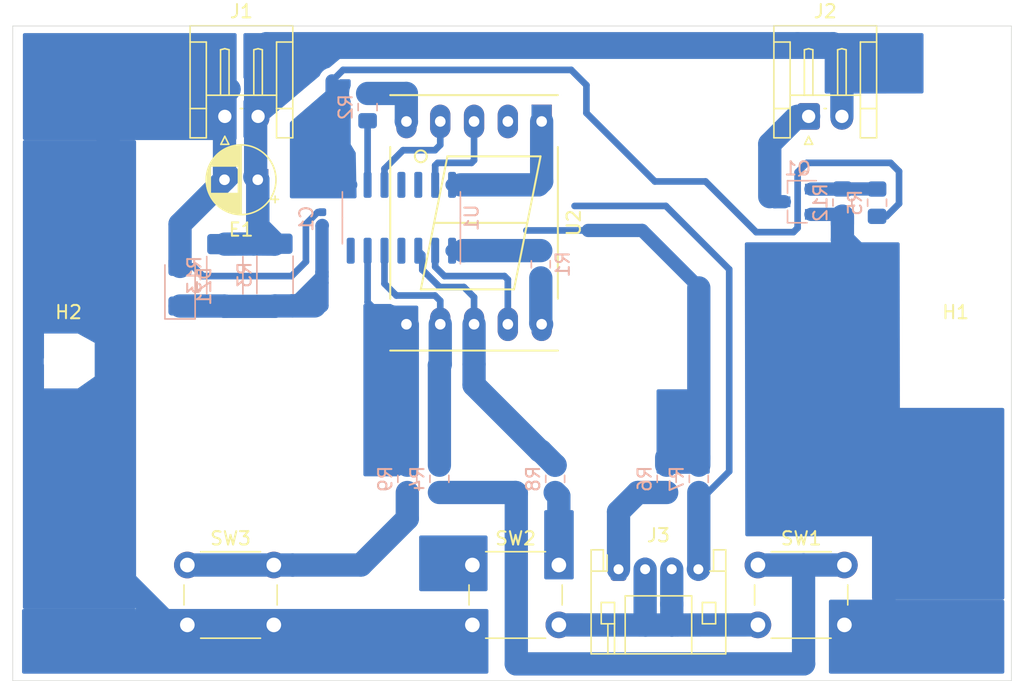
<source format=kicad_pcb>
(kicad_pcb (version 20171130) (host pcbnew "(5.1.5)-3")

  (general
    (thickness 1.6)
    (drawings 4)
    (tracks 192)
    (zones 0)
    (modules 25)
    (nets 29)
  )

  (page A4)
  (layers
    (0 F.Cu signal)
    (31 B.Cu signal)
    (32 B.Adhes user)
    (33 F.Adhes user)
    (34 B.Paste user)
    (35 F.Paste user)
    (36 B.SilkS user)
    (37 F.SilkS user)
    (38 B.Mask user)
    (39 F.Mask user)
    (40 Dwgs.User user)
    (41 Cmts.User user)
    (42 Eco1.User user)
    (43 Eco2.User user)
    (44 Edge.Cuts user)
    (45 Margin user)
    (46 B.CrtYd user)
    (47 F.CrtYd user)
    (48 B.Fab user)
    (49 F.Fab user)
  )

  (setup
    (last_trace_width 0.5)
    (user_trace_width 0.5)
    (user_trace_width 1)
    (user_trace_width 1.75)
    (user_trace_width 2)
    (trace_clearance 0.2)
    (zone_clearance 0.508)
    (zone_45_only no)
    (trace_min 0.2)
    (via_size 0.8)
    (via_drill 0.4)
    (via_min_size 0.4)
    (via_min_drill 0.3)
    (uvia_size 0.3)
    (uvia_drill 0.1)
    (uvias_allowed no)
    (uvia_min_size 0.2)
    (uvia_min_drill 0.1)
    (edge_width 0.05)
    (segment_width 0.2)
    (pcb_text_width 0.3)
    (pcb_text_size 1.5 1.5)
    (mod_edge_width 0.12)
    (mod_text_size 1 1)
    (mod_text_width 0.15)
    (pad_size 1.524 1.524)
    (pad_drill 0.762)
    (pad_to_mask_clearance 0.051)
    (solder_mask_min_width 0.25)
    (aux_axis_origin 0 0)
    (visible_elements FFFFFF7F)
    (pcbplotparams
      (layerselection 0x010fc_ffffffff)
      (usegerberextensions false)
      (usegerberattributes false)
      (usegerberadvancedattributes false)
      (creategerberjobfile false)
      (excludeedgelayer true)
      (linewidth 0.100000)
      (plotframeref false)
      (viasonmask false)
      (mode 1)
      (useauxorigin false)
      (hpglpennumber 1)
      (hpglpenspeed 20)
      (hpglpendiameter 15.000000)
      (psnegative false)
      (psa4output false)
      (plotreference true)
      (plotvalue true)
      (plotinvisibletext false)
      (padsonsilk false)
      (subtractmaskfromsilk false)
      (outputformat 1)
      (mirror false)
      (drillshape 1)
      (scaleselection 1)
      (outputdirectory ""))
  )

  (net 0 "")
  (net 1 GND)
  (net 2 "Net-(C1-Pad2)")
  (net 3 VCC)
  (net 4 "Net-(J2-Pad1)")
  (net 5 "Net-(J3-Pad1)")
  (net 6 "Net-(J3-Pad4)")
  (net 7 "Net-(Q1-Pad1)")
  (net 8 "Net-(R1-Pad1)")
  (net 9 "Net-(R1-Pad2)")
  (net 10 "Net-(R2-Pad2)")
  (net 11 "Net-(R2-Pad1)")
  (net 12 "Net-(R4-Pad1)")
  (net 13 "Net-(R4-Pad2)")
  (net 14 "Net-(R5-Pad2)")
  (net 15 "Net-(R6-Pad1)")
  (net 16 "Net-(R8-Pad1)")
  (net 17 "Net-(R8-Pad2)")
  (net 18 "Net-(R9-Pad2)")
  (net 19 "Net-(R9-Pad1)")
  (net 20 "Net-(U1-Pad2)")
  (net 21 "Net-(U1-Pad4)")
  (net 22 "Net-(U1-Pad7)")
  (net 23 "Net-(U1-Pad10)")
  (net 24 "Net-(U1-Pad11)")
  (net 25 "Net-(U1-Pad12)")
  (net 26 "Net-(U1-Pad13)")
  (net 27 "Net-(U1-Pad14)")
  (net 28 "Net-(U2-Pad2)")

  (net_class Default "This is the default net class."
    (clearance 0.2)
    (trace_width 0.25)
    (via_dia 0.8)
    (via_drill 0.4)
    (uvia_dia 0.3)
    (uvia_drill 0.1)
    (add_net GND)
    (add_net "Net-(C1-Pad2)")
    (add_net "Net-(J2-Pad1)")
    (add_net "Net-(J3-Pad1)")
    (add_net "Net-(J3-Pad4)")
    (add_net "Net-(Q1-Pad1)")
    (add_net "Net-(R1-Pad1)")
    (add_net "Net-(R1-Pad2)")
    (add_net "Net-(R2-Pad1)")
    (add_net "Net-(R2-Pad2)")
    (add_net "Net-(R4-Pad1)")
    (add_net "Net-(R4-Pad2)")
    (add_net "Net-(R5-Pad2)")
    (add_net "Net-(R6-Pad1)")
    (add_net "Net-(R8-Pad1)")
    (add_net "Net-(R8-Pad2)")
    (add_net "Net-(R9-Pad1)")
    (add_net "Net-(R9-Pad2)")
    (add_net "Net-(U1-Pad10)")
    (add_net "Net-(U1-Pad11)")
    (add_net "Net-(U1-Pad12)")
    (add_net "Net-(U1-Pad13)")
    (add_net "Net-(U1-Pad14)")
    (add_net "Net-(U1-Pad2)")
    (add_net "Net-(U1-Pad4)")
    (add_net "Net-(U1-Pad7)")
    (add_net "Net-(U2-Pad2)")
    (add_net VCC)
  )

  (module Connector_JST:JST_EH_S2B-EH_1x02_P2.50mm_Horizontal (layer F.Cu) (tedit 5C281425) (tstamp 5F301B1A)
    (at 158.1785 81.788)
    (descr "JST EH series connector, S2B-EH (http://www.jst-mfg.com/product/pdf/eng/eEH.pdf), generated with kicad-footprint-generator")
    (tags "connector JST EH horizontal")
    (path /5ECBDF94)
    (fp_text reference J2 (at 1.25 -7.9) (layer F.SilkS)
      (effects (font (size 1 1) (thickness 0.15)))
    )
    (fp_text value LED (at 1.25 2.7) (layer F.Fab)
      (effects (font (size 1 1) (thickness 0.15)))
    )
    (fp_text user %R (at 1.25 -2.6) (layer F.Fab)
      (effects (font (size 1 1) (thickness 0.15)))
    )
    (fp_line (start 0 -1.407107) (end 0.5 -0.7) (layer F.Fab) (width 0.1))
    (fp_line (start -0.5 -0.7) (end 0 -1.407107) (layer F.Fab) (width 0.1))
    (fp_line (start 0.3 2.1) (end 0 1.5) (layer F.SilkS) (width 0.12))
    (fp_line (start -0.3 2.1) (end 0.3 2.1) (layer F.SilkS) (width 0.12))
    (fp_line (start 0 1.5) (end -0.3 2.1) (layer F.SilkS) (width 0.12))
    (fp_line (start 2.82 -1.59) (end 2.5 -1.59) (layer F.SilkS) (width 0.12))
    (fp_line (start 2.82 -5.01) (end 2.82 -1.59) (layer F.SilkS) (width 0.12))
    (fp_line (start 2.5 -5.09) (end 2.82 -5.01) (layer F.SilkS) (width 0.12))
    (fp_line (start 2.18 -5.01) (end 2.5 -5.09) (layer F.SilkS) (width 0.12))
    (fp_line (start 2.18 -1.59) (end 2.18 -5.01) (layer F.SilkS) (width 0.12))
    (fp_line (start 2.5 -1.59) (end 2.18 -1.59) (layer F.SilkS) (width 0.12))
    (fp_line (start 1.17 -0.59) (end 1.33 -0.59) (layer F.SilkS) (width 0.12))
    (fp_line (start 0.32 -1.59) (end 0 -1.59) (layer F.SilkS) (width 0.12))
    (fp_line (start 0.32 -5.01) (end 0.32 -1.59) (layer F.SilkS) (width 0.12))
    (fp_line (start 0 -5.09) (end 0.32 -5.01) (layer F.SilkS) (width 0.12))
    (fp_line (start -0.32 -5.01) (end 0 -5.09) (layer F.SilkS) (width 0.12))
    (fp_line (start -0.32 -1.59) (end -0.32 -5.01) (layer F.SilkS) (width 0.12))
    (fp_line (start 0 -1.59) (end -0.32 -1.59) (layer F.SilkS) (width 0.12))
    (fp_line (start -1.39 -1.59) (end 3.89 -1.59) (layer F.SilkS) (width 0.12))
    (fp_line (start 3.89 -0.59) (end 5.11 -0.59) (layer F.SilkS) (width 0.12))
    (fp_line (start 3.89 -5.59) (end 3.89 -0.59) (layer F.SilkS) (width 0.12))
    (fp_line (start 5.11 -5.59) (end 3.89 -5.59) (layer F.SilkS) (width 0.12))
    (fp_line (start -1.39 -0.59) (end -2.61 -0.59) (layer F.SilkS) (width 0.12))
    (fp_line (start -1.39 -5.59) (end -1.39 -0.59) (layer F.SilkS) (width 0.12))
    (fp_line (start -2.61 -5.59) (end -1.39 -5.59) (layer F.SilkS) (width 0.12))
    (fp_line (start 3.89 1.61) (end 3.89 -0.59) (layer F.SilkS) (width 0.12))
    (fp_line (start 5.11 1.61) (end 3.89 1.61) (layer F.SilkS) (width 0.12))
    (fp_line (start 5.11 -6.81) (end 5.11 1.61) (layer F.SilkS) (width 0.12))
    (fp_line (start -2.61 -6.81) (end 5.11 -6.81) (layer F.SilkS) (width 0.12))
    (fp_line (start -2.61 1.61) (end -2.61 -6.81) (layer F.SilkS) (width 0.12))
    (fp_line (start -1.39 1.61) (end -2.61 1.61) (layer F.SilkS) (width 0.12))
    (fp_line (start -1.39 -0.59) (end -1.39 1.61) (layer F.SilkS) (width 0.12))
    (fp_line (start 5.5 -7.2) (end -3 -7.2) (layer F.CrtYd) (width 0.05))
    (fp_line (start 5.5 2) (end 5.5 -7.2) (layer F.CrtYd) (width 0.05))
    (fp_line (start -3 2) (end 5.5 2) (layer F.CrtYd) (width 0.05))
    (fp_line (start -3 -7.2) (end -3 2) (layer F.CrtYd) (width 0.05))
    (fp_line (start 4 -0.7) (end -1.5 -0.7) (layer F.Fab) (width 0.1))
    (fp_line (start 4 1.5) (end 4 -0.7) (layer F.Fab) (width 0.1))
    (fp_line (start 5 1.5) (end 4 1.5) (layer F.Fab) (width 0.1))
    (fp_line (start 5 -6.7) (end 5 1.5) (layer F.Fab) (width 0.1))
    (fp_line (start -2.5 -6.7) (end 5 -6.7) (layer F.Fab) (width 0.1))
    (fp_line (start -2.5 1.5) (end -2.5 -6.7) (layer F.Fab) (width 0.1))
    (fp_line (start -1.5 1.5) (end -2.5 1.5) (layer F.Fab) (width 0.1))
    (fp_line (start -1.5 -0.7) (end -1.5 1.5) (layer F.Fab) (width 0.1))
    (pad 2 thru_hole oval (at 2.5 0) (size 1.7 2) (drill 1) (layers *.Cu *.Mask)
      (net 3 VCC))
    (pad 1 thru_hole roundrect (at 0 0) (size 1.7 2) (drill 1) (layers *.Cu *.Mask) (roundrect_rratio 0.147059)
      (net 4 "Net-(J2-Pad1)"))
    (model ${KISYS3DMOD}/Connector_JST.3dshapes/JST_EH_S2B-EH_1x02_P2.50mm_Horizontal.wrl
      (at (xyz 0 0 0))
      (scale (xyz 1 1 1))
      (rotate (xyz 0 0 0))
    )
  )

  (module Connector_JST:JST_EH_S2B-EH_1x02_P2.50mm_Horizontal (layer F.Cu) (tedit 5C281425) (tstamp 5F30B928)
    (at 114.3 81.788)
    (descr "JST EH series connector, S2B-EH (http://www.jst-mfg.com/product/pdf/eng/eEH.pdf), generated with kicad-footprint-generator")
    (tags "connector JST EH horizontal")
    (path /5ECBD357)
    (fp_text reference J1 (at 1.25 -7.9) (layer F.SilkS)
      (effects (font (size 1 1) (thickness 0.15)))
    )
    (fp_text value Power (at 1.25 2.7) (layer F.Fab)
      (effects (font (size 1 1) (thickness 0.15)))
    )
    (fp_text user %R (at 1.25 -2.6) (layer F.Fab)
      (effects (font (size 1 1) (thickness 0.15)))
    )
    (fp_line (start 0 -1.407107) (end 0.5 -0.7) (layer F.Fab) (width 0.1))
    (fp_line (start -0.5 -0.7) (end 0 -1.407107) (layer F.Fab) (width 0.1))
    (fp_line (start 0.3 2.1) (end 0 1.5) (layer F.SilkS) (width 0.12))
    (fp_line (start -0.3 2.1) (end 0.3 2.1) (layer F.SilkS) (width 0.12))
    (fp_line (start 0 1.5) (end -0.3 2.1) (layer F.SilkS) (width 0.12))
    (fp_line (start 2.82 -1.59) (end 2.5 -1.59) (layer F.SilkS) (width 0.12))
    (fp_line (start 2.82 -5.01) (end 2.82 -1.59) (layer F.SilkS) (width 0.12))
    (fp_line (start 2.5 -5.09) (end 2.82 -5.01) (layer F.SilkS) (width 0.12))
    (fp_line (start 2.18 -5.01) (end 2.5 -5.09) (layer F.SilkS) (width 0.12))
    (fp_line (start 2.18 -1.59) (end 2.18 -5.01) (layer F.SilkS) (width 0.12))
    (fp_line (start 2.5 -1.59) (end 2.18 -1.59) (layer F.SilkS) (width 0.12))
    (fp_line (start 1.17 -0.59) (end 1.33 -0.59) (layer F.SilkS) (width 0.12))
    (fp_line (start 0.32 -1.59) (end 0 -1.59) (layer F.SilkS) (width 0.12))
    (fp_line (start 0.32 -5.01) (end 0.32 -1.59) (layer F.SilkS) (width 0.12))
    (fp_line (start 0 -5.09) (end 0.32 -5.01) (layer F.SilkS) (width 0.12))
    (fp_line (start -0.32 -5.01) (end 0 -5.09) (layer F.SilkS) (width 0.12))
    (fp_line (start -0.32 -1.59) (end -0.32 -5.01) (layer F.SilkS) (width 0.12))
    (fp_line (start 0 -1.59) (end -0.32 -1.59) (layer F.SilkS) (width 0.12))
    (fp_line (start -1.39 -1.59) (end 3.89 -1.59) (layer F.SilkS) (width 0.12))
    (fp_line (start 3.89 -0.59) (end 5.11 -0.59) (layer F.SilkS) (width 0.12))
    (fp_line (start 3.89 -5.59) (end 3.89 -0.59) (layer F.SilkS) (width 0.12))
    (fp_line (start 5.11 -5.59) (end 3.89 -5.59) (layer F.SilkS) (width 0.12))
    (fp_line (start -1.39 -0.59) (end -2.61 -0.59) (layer F.SilkS) (width 0.12))
    (fp_line (start -1.39 -5.59) (end -1.39 -0.59) (layer F.SilkS) (width 0.12))
    (fp_line (start -2.61 -5.59) (end -1.39 -5.59) (layer F.SilkS) (width 0.12))
    (fp_line (start 3.89 1.61) (end 3.89 -0.59) (layer F.SilkS) (width 0.12))
    (fp_line (start 5.11 1.61) (end 3.89 1.61) (layer F.SilkS) (width 0.12))
    (fp_line (start 5.11 -6.81) (end 5.11 1.61) (layer F.SilkS) (width 0.12))
    (fp_line (start -2.61 -6.81) (end 5.11 -6.81) (layer F.SilkS) (width 0.12))
    (fp_line (start -2.61 1.61) (end -2.61 -6.81) (layer F.SilkS) (width 0.12))
    (fp_line (start -1.39 1.61) (end -2.61 1.61) (layer F.SilkS) (width 0.12))
    (fp_line (start -1.39 -0.59) (end -1.39 1.61) (layer F.SilkS) (width 0.12))
    (fp_line (start 5.5 -7.2) (end -3 -7.2) (layer F.CrtYd) (width 0.05))
    (fp_line (start 5.5 2) (end 5.5 -7.2) (layer F.CrtYd) (width 0.05))
    (fp_line (start -3 2) (end 5.5 2) (layer F.CrtYd) (width 0.05))
    (fp_line (start -3 -7.2) (end -3 2) (layer F.CrtYd) (width 0.05))
    (fp_line (start 4 -0.7) (end -1.5 -0.7) (layer F.Fab) (width 0.1))
    (fp_line (start 4 1.5) (end 4 -0.7) (layer F.Fab) (width 0.1))
    (fp_line (start 5 1.5) (end 4 1.5) (layer F.Fab) (width 0.1))
    (fp_line (start 5 -6.7) (end 5 1.5) (layer F.Fab) (width 0.1))
    (fp_line (start -2.5 -6.7) (end 5 -6.7) (layer F.Fab) (width 0.1))
    (fp_line (start -2.5 1.5) (end -2.5 -6.7) (layer F.Fab) (width 0.1))
    (fp_line (start -1.5 1.5) (end -2.5 1.5) (layer F.Fab) (width 0.1))
    (fp_line (start -1.5 -0.7) (end -1.5 1.5) (layer F.Fab) (width 0.1))
    (pad 2 thru_hole oval (at 2.5 0) (size 1.7 2) (drill 1) (layers *.Cu *.Mask)
      (net 3 VCC))
    (pad 1 thru_hole roundrect (at 0 0) (size 1.7 2) (drill 1) (layers *.Cu *.Mask) (roundrect_rratio 0.147059)
      (net 1 GND))
    (model ${KISYS3DMOD}/Connector_JST.3dshapes/JST_EH_S2B-EH_1x02_P2.50mm_Horizontal.wrl
      (at (xyz 0 0 0))
      (scale (xyz 1 1 1))
      (rotate (xyz 0 0 0))
    )
  )

  (module MountingHole:MountingHole_2.7mm_M2.5 (layer F.Cu) (tedit 56D1B4CB) (tstamp 5F31263C)
    (at 102.5525 100.203)
    (descr "Mounting Hole 2.7mm, no annular, M2.5")
    (tags "mounting hole 2.7mm no annular m2.5")
    (path /5F38F0C3)
    (attr virtual)
    (fp_text reference H2 (at 0 -3.7) (layer F.SilkS)
      (effects (font (size 1 1) (thickness 0.15)))
    )
    (fp_text value MountingHole (at 0 3.7) (layer F.Fab)
      (effects (font (size 1 1) (thickness 0.15)))
    )
    (fp_circle (center 0 0) (end 2.95 0) (layer F.CrtYd) (width 0.05))
    (fp_circle (center 0 0) (end 2.7 0) (layer Cmts.User) (width 0.15))
    (fp_text user %R (at 0.3 0) (layer F.Fab)
      (effects (font (size 1 1) (thickness 0.15)))
    )
    (pad 1 np_thru_hole circle (at 0 0) (size 2.7 2.7) (drill 2.7) (layers *.Cu *.Mask))
  )

  (module MountingHole:MountingHole_2.7mm_M2.5 (layer F.Cu) (tedit 56D1B4CB) (tstamp 5F312634)
    (at 169.2275 100.203)
    (descr "Mounting Hole 2.7mm, no annular, M2.5")
    (tags "mounting hole 2.7mm no annular m2.5")
    (path /5F38E1FF)
    (attr virtual)
    (fp_text reference H1 (at 0 -3.7) (layer F.SilkS)
      (effects (font (size 1 1) (thickness 0.15)))
    )
    (fp_text value MountingHole (at 0 3.7) (layer F.Fab)
      (effects (font (size 1 1) (thickness 0.15)))
    )
    (fp_circle (center 0 0) (end 2.95 0) (layer F.CrtYd) (width 0.05))
    (fp_circle (center 0 0) (end 2.7 0) (layer Cmts.User) (width 0.15))
    (fp_text user %R (at 0.3 0) (layer F.Fab)
      (effects (font (size 1 1) (thickness 0.15)))
    )
    (pad 1 np_thru_hole circle (at 0 0) (size 2.7 2.7) (drill 2.7) (layers *.Cu *.Mask))
  )

  (module Capacitor_SMD:C_0402_1005Metric (layer B.Cu) (tedit 5B301BBE) (tstamp 5F301A3D)
    (at 121.6025 89.4715 270)
    (descr "Capacitor SMD 0402 (1005 Metric), square (rectangular) end terminal, IPC_7351 nominal, (Body size source: http://www.tortai-tech.com/upload/download/2011102023233369053.pdf), generated with kicad-footprint-generator")
    (tags capacitor)
    (path /5ECBEA64)
    (attr smd)
    (fp_text reference C1 (at 0 1.17 270) (layer B.SilkS)
      (effects (font (size 1 1) (thickness 0.15)) (justify mirror))
    )
    (fp_text value C (at 0 -1.17 270) (layer B.Fab)
      (effects (font (size 1 1) (thickness 0.15)) (justify mirror))
    )
    (fp_text user %R (at 0 0 270) (layer B.Fab)
      (effects (font (size 0.25 0.25) (thickness 0.04)) (justify mirror))
    )
    (fp_line (start 0.93 -0.47) (end -0.93 -0.47) (layer B.CrtYd) (width 0.05))
    (fp_line (start 0.93 0.47) (end 0.93 -0.47) (layer B.CrtYd) (width 0.05))
    (fp_line (start -0.93 0.47) (end 0.93 0.47) (layer B.CrtYd) (width 0.05))
    (fp_line (start -0.93 -0.47) (end -0.93 0.47) (layer B.CrtYd) (width 0.05))
    (fp_line (start 0.5 -0.25) (end -0.5 -0.25) (layer B.Fab) (width 0.1))
    (fp_line (start 0.5 0.25) (end 0.5 -0.25) (layer B.Fab) (width 0.1))
    (fp_line (start -0.5 0.25) (end 0.5 0.25) (layer B.Fab) (width 0.1))
    (fp_line (start -0.5 -0.25) (end -0.5 0.25) (layer B.Fab) (width 0.1))
    (pad 2 smd roundrect (at 0.485 0 270) (size 0.59 0.64) (layers B.Cu B.Paste B.Mask) (roundrect_rratio 0.25)
      (net 2 "Net-(C1-Pad2)"))
    (pad 1 smd roundrect (at -0.485 0 270) (size 0.59 0.64) (layers B.Cu B.Paste B.Mask) (roundrect_rratio 0.25)
      (net 1 GND))
    (model ${KISYS3DMOD}/Capacitor_SMD.3dshapes/C_0402_1005Metric.wrl
      (at (xyz 0 0 0))
      (scale (xyz 1 1 1))
      (rotate (xyz 0 0 0))
    )
  )

  (module Connector_JST:JST_PH_S4B-PH-K_1x04_P2.00mm_Horizontal (layer F.Cu) (tedit 5B7745C6) (tstamp 5F301B4E)
    (at 143.891 115.823)
    (descr "JST PH series connector, S4B-PH-K (http://www.jst-mfg.com/product/pdf/eng/ePH.pdf), generated with kicad-footprint-generator")
    (tags "connector JST PH top entry")
    (path /5ECB9F54)
    (fp_text reference J3 (at 3 -2.55) (layer F.SilkS)
      (effects (font (size 1 1) (thickness 0.15)))
    )
    (fp_text value IR (at 3 7.45) (layer F.Fab)
      (effects (font (size 1 1) (thickness 0.15)))
    )
    (fp_text user %R (at 3 2.5) (layer F.Fab)
      (effects (font (size 1 1) (thickness 0.15)))
    )
    (fp_line (start 0.5 1.375) (end 0 0.875) (layer F.Fab) (width 0.1))
    (fp_line (start -0.5 1.375) (end 0.5 1.375) (layer F.Fab) (width 0.1))
    (fp_line (start 0 0.875) (end -0.5 1.375) (layer F.Fab) (width 0.1))
    (fp_line (start -0.86 0.14) (end -0.86 -1.075) (layer F.SilkS) (width 0.12))
    (fp_line (start 7.25 0.25) (end -1.25 0.25) (layer F.Fab) (width 0.1))
    (fp_line (start 7.25 -1.35) (end 7.25 0.25) (layer F.Fab) (width 0.1))
    (fp_line (start 7.95 -1.35) (end 7.25 -1.35) (layer F.Fab) (width 0.1))
    (fp_line (start 7.95 6.25) (end 7.95 -1.35) (layer F.Fab) (width 0.1))
    (fp_line (start -1.95 6.25) (end 7.95 6.25) (layer F.Fab) (width 0.1))
    (fp_line (start -1.95 -1.35) (end -1.95 6.25) (layer F.Fab) (width 0.1))
    (fp_line (start -1.25 -1.35) (end -1.95 -1.35) (layer F.Fab) (width 0.1))
    (fp_line (start -1.25 0.25) (end -1.25 -1.35) (layer F.Fab) (width 0.1))
    (fp_line (start 8.45 -1.85) (end -2.45 -1.85) (layer F.CrtYd) (width 0.05))
    (fp_line (start 8.45 6.75) (end 8.45 -1.85) (layer F.CrtYd) (width 0.05))
    (fp_line (start -2.45 6.75) (end 8.45 6.75) (layer F.CrtYd) (width 0.05))
    (fp_line (start -2.45 -1.85) (end -2.45 6.75) (layer F.CrtYd) (width 0.05))
    (fp_line (start -0.8 4.1) (end -0.8 6.36) (layer F.SilkS) (width 0.12))
    (fp_line (start -0.3 4.1) (end -0.3 6.36) (layer F.SilkS) (width 0.12))
    (fp_line (start 6.3 2.5) (end 7.3 2.5) (layer F.SilkS) (width 0.12))
    (fp_line (start 6.3 4.1) (end 6.3 2.5) (layer F.SilkS) (width 0.12))
    (fp_line (start 7.3 4.1) (end 6.3 4.1) (layer F.SilkS) (width 0.12))
    (fp_line (start 7.3 2.5) (end 7.3 4.1) (layer F.SilkS) (width 0.12))
    (fp_line (start -0.3 2.5) (end -1.3 2.5) (layer F.SilkS) (width 0.12))
    (fp_line (start -0.3 4.1) (end -0.3 2.5) (layer F.SilkS) (width 0.12))
    (fp_line (start -1.3 4.1) (end -0.3 4.1) (layer F.SilkS) (width 0.12))
    (fp_line (start -1.3 2.5) (end -1.3 4.1) (layer F.SilkS) (width 0.12))
    (fp_line (start 8.06 0.14) (end 7.14 0.14) (layer F.SilkS) (width 0.12))
    (fp_line (start -2.06 0.14) (end -1.14 0.14) (layer F.SilkS) (width 0.12))
    (fp_line (start 5.5 2) (end 5.5 6.36) (layer F.SilkS) (width 0.12))
    (fp_line (start 0.5 2) (end 5.5 2) (layer F.SilkS) (width 0.12))
    (fp_line (start 0.5 6.36) (end 0.5 2) (layer F.SilkS) (width 0.12))
    (fp_line (start 7.14 0.14) (end 6.86 0.14) (layer F.SilkS) (width 0.12))
    (fp_line (start 7.14 -1.46) (end 7.14 0.14) (layer F.SilkS) (width 0.12))
    (fp_line (start 8.06 -1.46) (end 7.14 -1.46) (layer F.SilkS) (width 0.12))
    (fp_line (start 8.06 6.36) (end 8.06 -1.46) (layer F.SilkS) (width 0.12))
    (fp_line (start -2.06 6.36) (end 8.06 6.36) (layer F.SilkS) (width 0.12))
    (fp_line (start -2.06 -1.46) (end -2.06 6.36) (layer F.SilkS) (width 0.12))
    (fp_line (start -1.14 -1.46) (end -2.06 -1.46) (layer F.SilkS) (width 0.12))
    (fp_line (start -1.14 0.14) (end -1.14 -1.46) (layer F.SilkS) (width 0.12))
    (fp_line (start -0.86 0.14) (end -1.14 0.14) (layer F.SilkS) (width 0.12))
    (pad 4 thru_hole oval (at 6 0) (size 1.2 1.75) (drill 0.75) (layers *.Cu *.Mask)
      (net 6 "Net-(J3-Pad4)"))
    (pad 3 thru_hole oval (at 4 0) (size 1.2 1.75) (drill 0.75) (layers *.Cu *.Mask)
      (net 1 GND))
    (pad 2 thru_hole oval (at 2 0) (size 1.2 1.75) (drill 0.75) (layers *.Cu *.Mask)
      (net 1 GND))
    (pad 1 thru_hole roundrect (at 0 0) (size 1.2 1.75) (drill 0.75) (layers *.Cu *.Mask) (roundrect_rratio 0.208333)
      (net 5 "Net-(J3-Pad1)"))
    (model ${KISYS3DMOD}/Connector_JST.3dshapes/JST_PH_S4B-PH-K_1x04_P2.00mm_Horizontal.wrl
      (at (xyz 0 0 0))
      (scale (xyz 1 1 1))
      (rotate (xyz 0 0 0))
    )
  )

  (module Display_7Segment:7SegmentLED_LTS6760_LTS6780 (layer F.Cu) (tedit 5BE69100) (tstamp 5F3147F1)
    (at 138.1125 82.169 270)
    (descr "7-Segment Display, LTS67x0, http://optoelectronics.liteon.com/upload/download/DS30-2001-355/S6760jd.pdf")
    (tags "7Segment LED LTS6760 LTS6780")
    (path /5EDAB8E5)
    (fp_text reference U2 (at 7.62 -2.42 90) (layer F.SilkS)
      (effects (font (size 1 1) (thickness 0.15)))
    )
    (fp_text value HDSM-441B (at 7.62 12.58 90) (layer F.Fab)
      (effects (font (size 1 1) (thickness 0.15)))
    )
    (fp_line (start -2.38 -1.67) (end 17.62 -1.67) (layer F.CrtYd) (width 0.05))
    (fp_line (start -2.38 11.83) (end -2.38 -1.67) (layer F.CrtYd) (width 0.05))
    (fp_line (start 17.62 11.83) (end -2.38 11.83) (layer F.CrtYd) (width 0.05))
    (fp_line (start 17.62 -1.67) (end 17.62 11.83) (layer F.CrtYd) (width 0.05))
    (fp_text user %R (at 7.87 5.08 90) (layer F.Fab)
      (effects (font (size 1 1) (thickness 0.15)))
    )
    (fp_line (start 12.62 2.08) (end 7.62 1.08) (layer F.SilkS) (width 0.15))
    (fp_line (start 7.62 1.08) (end 2.62 0.08) (layer F.SilkS) (width 0.15))
    (fp_line (start 2.62 0.08) (end 2.62 7.08) (layer F.SilkS) (width 0.15))
    (fp_line (start 2.62 7.08) (end 7.62 8.08) (layer F.SilkS) (width 0.15))
    (fp_line (start 12.62 9.08) (end 7.62 8.08) (layer F.SilkS) (width 0.15))
    (fp_line (start 7.62 8.08) (end 7.62 1.08) (layer F.SilkS) (width 0.15))
    (fp_line (start 12.62 2.08) (end 12.62 9.08) (layer F.SilkS) (width 0.15))
    (fp_line (start -1.98 11.38) (end -1.98 -1.22) (layer F.SilkS) (width 0.15))
    (fp_line (start 13.32 -1.22) (end 1.92 -1.22) (layer F.SilkS) (width 0.15))
    (fp_line (start 13.32 11.38) (end 1.92 11.38) (layer F.SilkS) (width 0.15))
    (fp_line (start 17.22 -1.22) (end 17.22 11.38) (layer F.SilkS) (width 0.15))
    (fp_circle (center 2.62 9.08) (end 2.42 9.48) (layer F.SilkS) (width 0.15))
    (fp_line (start -1.88 11.33) (end 17.12 11.33) (layer F.Fab) (width 0.1))
    (fp_line (start 17.12 11.33) (end 17.12 -1.17) (layer F.Fab) (width 0.1))
    (fp_line (start 17.12 -1.17) (end -0.88 -1.17) (layer F.Fab) (width 0.1))
    (fp_line (start -0.88 -1.17) (end -1.88 -0.17) (layer F.Fab) (width 0.1))
    (fp_line (start -1.88 -0.17) (end -1.88 11.33) (layer F.Fab) (width 0.1))
    (pad 1 thru_hole rect (at 0 0 180) (size 1.524 2.524) (drill 0.8) (layers *.Cu *.Mask)
      (net 27 "Net-(U1-Pad14)"))
    (pad 2 thru_hole oval (at 0 2.54 180) (size 1.524 2.524) (drill 0.8) (layers *.Cu *.Mask)
      (net 28 "Net-(U2-Pad2)"))
    (pad 3 thru_hole oval (at 0 5.08 180) (size 1.524 2.524) (drill 0.8) (layers *.Cu *.Mask)
      (net 26 "Net-(U1-Pad13)"))
    (pad 4 thru_hole oval (at 0 7.62 180) (size 1.524 2.524) (drill 0.8) (layers *.Cu *.Mask)
      (net 23 "Net-(U1-Pad10)"))
    (pad 5 thru_hole oval (at 0 10.16 180) (size 1.524 2.524) (drill 0.8) (layers *.Cu *.Mask)
      (net 11 "Net-(R2-Pad1)"))
    (pad 6 thru_hole oval (at 15.24 10.16 180) (size 1.524 2.524) (drill 0.8) (layers *.Cu *.Mask)
      (net 19 "Net-(R9-Pad1)"))
    (pad 7 thru_hole oval (at 15.24 7.62 180) (size 1.524 2.524) (drill 0.8) (layers *.Cu *.Mask)
      (net 12 "Net-(R4-Pad1)"))
    (pad 8 thru_hole oval (at 15.24 5.08 180) (size 1.524 2.524) (drill 0.8) (layers *.Cu *.Mask)
      (net 16 "Net-(R8-Pad1)"))
    (pad 9 thru_hole oval (at 15.24 2.54 180) (size 1.524 2.524) (drill 0.8) (layers *.Cu *.Mask)
      (net 20 "Net-(U1-Pad2)"))
    (pad 10 thru_hole oval (at 15.24 0 180) (size 1.524 2.524) (drill 0.8) (layers *.Cu *.Mask)
      (net 8 "Net-(R1-Pad1)"))
    (model ${KISYS3DMOD}/Display_7Segment.3dshapes/7SegmentLED_LTS6760_LTS6780.wrl
      (offset (xyz 0 6.5 0))
      (scale (xyz 1 1 1))
      (rotate (xyz 0 0 0))
    )
    (model ${KISYS3DMOD}/Display_7Segment.3dshapes/7SegmentLED_LTS6760_LTS6780.step
      (offset (xyz 0 -6 0))
      (scale (xyz 1 1 1))
      (rotate (xyz 0 0 0))
    )
  )

  (module Diode_SMD:D_1206_3216Metric_Pad1.42x1.75mm_HandSolder (layer B.Cu) (tedit 5B4B45C8) (tstamp 5F301A50)
    (at 110.9345 94.5515 90)
    (descr "Diode SMD 1206 (3216 Metric), square (rectangular) end terminal, IPC_7351 nominal, (Body size source: http://www.tortai-tech.com/upload/download/2011102023233369053.pdf), generated with kicad-footprint-generator")
    (tags "diode handsolder")
    (path /5ECE25C8)
    (attr smd)
    (fp_text reference DZ1 (at 0 1.82 270) (layer B.SilkS)
      (effects (font (size 1 1) (thickness 0.15)) (justify mirror))
    )
    (fp_text value D_Zener (at 0 -1.82 270) (layer B.Fab)
      (effects (font (size 1 1) (thickness 0.15)) (justify mirror))
    )
    (fp_line (start 1.6 0.8) (end -1.2 0.8) (layer B.Fab) (width 0.1))
    (fp_line (start -1.2 0.8) (end -1.6 0.4) (layer B.Fab) (width 0.1))
    (fp_line (start -1.6 0.4) (end -1.6 -0.8) (layer B.Fab) (width 0.1))
    (fp_line (start -1.6 -0.8) (end 1.6 -0.8) (layer B.Fab) (width 0.1))
    (fp_line (start 1.6 -0.8) (end 1.6 0.8) (layer B.Fab) (width 0.1))
    (fp_line (start 1.6 1.135) (end -2.46 1.135) (layer B.SilkS) (width 0.12))
    (fp_line (start -2.46 1.135) (end -2.46 -1.135) (layer B.SilkS) (width 0.12))
    (fp_line (start -2.46 -1.135) (end 1.6 -1.135) (layer B.SilkS) (width 0.12))
    (fp_line (start -2.45 -1.12) (end -2.45 1.12) (layer B.CrtYd) (width 0.05))
    (fp_line (start -2.45 1.12) (end 2.45 1.12) (layer B.CrtYd) (width 0.05))
    (fp_line (start 2.45 1.12) (end 2.45 -1.12) (layer B.CrtYd) (width 0.05))
    (fp_line (start 2.45 -1.12) (end -2.45 -1.12) (layer B.CrtYd) (width 0.05))
    (fp_text user %R (at 0 0) (layer B.Fab)
      (effects (font (size 0.8 0.8) (thickness 0.12)) (justify mirror))
    )
    (pad 1 smd roundrect (at -1.4875 0 90) (size 1.425 1.75) (layers B.Cu B.Paste B.Mask) (roundrect_rratio 0.175439)
      (net 2 "Net-(C1-Pad2)"))
    (pad 2 smd roundrect (at 1.4875 0 90) (size 1.425 1.75) (layers B.Cu B.Paste B.Mask) (roundrect_rratio 0.175439)
      (net 1 GND))
    (model ${KISYS3DMOD}/Diode_SMD.3dshapes/D_MicroMELF.step
      (at (xyz 0 0 0))
      (scale (xyz 1.6 1 1))
      (rotate (xyz 0 0 0))
    )
  )

  (module Capacitor_THT:CP_Radial_D5.0mm_P2.50mm (layer F.Cu) (tedit 5AE50EF0) (tstamp 5F301AD4)
    (at 116.7765 86.5505 180)
    (descr "CP, Radial series, Radial, pin pitch=2.50mm, , diameter=5mm, Electrolytic Capacitor")
    (tags "CP Radial series Radial pin pitch 2.50mm  diameter 5mm Electrolytic Capacitor")
    (path /5ECB5396)
    (fp_text reference E1 (at 1.25 -3.75) (layer F.SilkS)
      (effects (font (size 1 1) (thickness 0.15)))
    )
    (fp_text value "100 uF" (at 1.25 3.75) (layer F.Fab)
      (effects (font (size 1 1) (thickness 0.15)))
    )
    (fp_text user %R (at 1.25 0) (layer F.Fab)
      (effects (font (size 1 1) (thickness 0.15)))
    )
    (fp_line (start -1.304775 -1.725) (end -1.304775 -1.225) (layer F.SilkS) (width 0.12))
    (fp_line (start -1.554775 -1.475) (end -1.054775 -1.475) (layer F.SilkS) (width 0.12))
    (fp_line (start 3.851 -0.284) (end 3.851 0.284) (layer F.SilkS) (width 0.12))
    (fp_line (start 3.811 -0.518) (end 3.811 0.518) (layer F.SilkS) (width 0.12))
    (fp_line (start 3.771 -0.677) (end 3.771 0.677) (layer F.SilkS) (width 0.12))
    (fp_line (start 3.731 -0.805) (end 3.731 0.805) (layer F.SilkS) (width 0.12))
    (fp_line (start 3.691 -0.915) (end 3.691 0.915) (layer F.SilkS) (width 0.12))
    (fp_line (start 3.651 -1.011) (end 3.651 1.011) (layer F.SilkS) (width 0.12))
    (fp_line (start 3.611 -1.098) (end 3.611 1.098) (layer F.SilkS) (width 0.12))
    (fp_line (start 3.571 -1.178) (end 3.571 1.178) (layer F.SilkS) (width 0.12))
    (fp_line (start 3.531 1.04) (end 3.531 1.251) (layer F.SilkS) (width 0.12))
    (fp_line (start 3.531 -1.251) (end 3.531 -1.04) (layer F.SilkS) (width 0.12))
    (fp_line (start 3.491 1.04) (end 3.491 1.319) (layer F.SilkS) (width 0.12))
    (fp_line (start 3.491 -1.319) (end 3.491 -1.04) (layer F.SilkS) (width 0.12))
    (fp_line (start 3.451 1.04) (end 3.451 1.383) (layer F.SilkS) (width 0.12))
    (fp_line (start 3.451 -1.383) (end 3.451 -1.04) (layer F.SilkS) (width 0.12))
    (fp_line (start 3.411 1.04) (end 3.411 1.443) (layer F.SilkS) (width 0.12))
    (fp_line (start 3.411 -1.443) (end 3.411 -1.04) (layer F.SilkS) (width 0.12))
    (fp_line (start 3.371 1.04) (end 3.371 1.5) (layer F.SilkS) (width 0.12))
    (fp_line (start 3.371 -1.5) (end 3.371 -1.04) (layer F.SilkS) (width 0.12))
    (fp_line (start 3.331 1.04) (end 3.331 1.554) (layer F.SilkS) (width 0.12))
    (fp_line (start 3.331 -1.554) (end 3.331 -1.04) (layer F.SilkS) (width 0.12))
    (fp_line (start 3.291 1.04) (end 3.291 1.605) (layer F.SilkS) (width 0.12))
    (fp_line (start 3.291 -1.605) (end 3.291 -1.04) (layer F.SilkS) (width 0.12))
    (fp_line (start 3.251 1.04) (end 3.251 1.653) (layer F.SilkS) (width 0.12))
    (fp_line (start 3.251 -1.653) (end 3.251 -1.04) (layer F.SilkS) (width 0.12))
    (fp_line (start 3.211 1.04) (end 3.211 1.699) (layer F.SilkS) (width 0.12))
    (fp_line (start 3.211 -1.699) (end 3.211 -1.04) (layer F.SilkS) (width 0.12))
    (fp_line (start 3.171 1.04) (end 3.171 1.743) (layer F.SilkS) (width 0.12))
    (fp_line (start 3.171 -1.743) (end 3.171 -1.04) (layer F.SilkS) (width 0.12))
    (fp_line (start 3.131 1.04) (end 3.131 1.785) (layer F.SilkS) (width 0.12))
    (fp_line (start 3.131 -1.785) (end 3.131 -1.04) (layer F.SilkS) (width 0.12))
    (fp_line (start 3.091 1.04) (end 3.091 1.826) (layer F.SilkS) (width 0.12))
    (fp_line (start 3.091 -1.826) (end 3.091 -1.04) (layer F.SilkS) (width 0.12))
    (fp_line (start 3.051 1.04) (end 3.051 1.864) (layer F.SilkS) (width 0.12))
    (fp_line (start 3.051 -1.864) (end 3.051 -1.04) (layer F.SilkS) (width 0.12))
    (fp_line (start 3.011 1.04) (end 3.011 1.901) (layer F.SilkS) (width 0.12))
    (fp_line (start 3.011 -1.901) (end 3.011 -1.04) (layer F.SilkS) (width 0.12))
    (fp_line (start 2.971 1.04) (end 2.971 1.937) (layer F.SilkS) (width 0.12))
    (fp_line (start 2.971 -1.937) (end 2.971 -1.04) (layer F.SilkS) (width 0.12))
    (fp_line (start 2.931 1.04) (end 2.931 1.971) (layer F.SilkS) (width 0.12))
    (fp_line (start 2.931 -1.971) (end 2.931 -1.04) (layer F.SilkS) (width 0.12))
    (fp_line (start 2.891 1.04) (end 2.891 2.004) (layer F.SilkS) (width 0.12))
    (fp_line (start 2.891 -2.004) (end 2.891 -1.04) (layer F.SilkS) (width 0.12))
    (fp_line (start 2.851 1.04) (end 2.851 2.035) (layer F.SilkS) (width 0.12))
    (fp_line (start 2.851 -2.035) (end 2.851 -1.04) (layer F.SilkS) (width 0.12))
    (fp_line (start 2.811 1.04) (end 2.811 2.065) (layer F.SilkS) (width 0.12))
    (fp_line (start 2.811 -2.065) (end 2.811 -1.04) (layer F.SilkS) (width 0.12))
    (fp_line (start 2.771 1.04) (end 2.771 2.095) (layer F.SilkS) (width 0.12))
    (fp_line (start 2.771 -2.095) (end 2.771 -1.04) (layer F.SilkS) (width 0.12))
    (fp_line (start 2.731 1.04) (end 2.731 2.122) (layer F.SilkS) (width 0.12))
    (fp_line (start 2.731 -2.122) (end 2.731 -1.04) (layer F.SilkS) (width 0.12))
    (fp_line (start 2.691 1.04) (end 2.691 2.149) (layer F.SilkS) (width 0.12))
    (fp_line (start 2.691 -2.149) (end 2.691 -1.04) (layer F.SilkS) (width 0.12))
    (fp_line (start 2.651 1.04) (end 2.651 2.175) (layer F.SilkS) (width 0.12))
    (fp_line (start 2.651 -2.175) (end 2.651 -1.04) (layer F.SilkS) (width 0.12))
    (fp_line (start 2.611 1.04) (end 2.611 2.2) (layer F.SilkS) (width 0.12))
    (fp_line (start 2.611 -2.2) (end 2.611 -1.04) (layer F.SilkS) (width 0.12))
    (fp_line (start 2.571 1.04) (end 2.571 2.224) (layer F.SilkS) (width 0.12))
    (fp_line (start 2.571 -2.224) (end 2.571 -1.04) (layer F.SilkS) (width 0.12))
    (fp_line (start 2.531 1.04) (end 2.531 2.247) (layer F.SilkS) (width 0.12))
    (fp_line (start 2.531 -2.247) (end 2.531 -1.04) (layer F.SilkS) (width 0.12))
    (fp_line (start 2.491 1.04) (end 2.491 2.268) (layer F.SilkS) (width 0.12))
    (fp_line (start 2.491 -2.268) (end 2.491 -1.04) (layer F.SilkS) (width 0.12))
    (fp_line (start 2.451 1.04) (end 2.451 2.29) (layer F.SilkS) (width 0.12))
    (fp_line (start 2.451 -2.29) (end 2.451 -1.04) (layer F.SilkS) (width 0.12))
    (fp_line (start 2.411 1.04) (end 2.411 2.31) (layer F.SilkS) (width 0.12))
    (fp_line (start 2.411 -2.31) (end 2.411 -1.04) (layer F.SilkS) (width 0.12))
    (fp_line (start 2.371 1.04) (end 2.371 2.329) (layer F.SilkS) (width 0.12))
    (fp_line (start 2.371 -2.329) (end 2.371 -1.04) (layer F.SilkS) (width 0.12))
    (fp_line (start 2.331 1.04) (end 2.331 2.348) (layer F.SilkS) (width 0.12))
    (fp_line (start 2.331 -2.348) (end 2.331 -1.04) (layer F.SilkS) (width 0.12))
    (fp_line (start 2.291 1.04) (end 2.291 2.365) (layer F.SilkS) (width 0.12))
    (fp_line (start 2.291 -2.365) (end 2.291 -1.04) (layer F.SilkS) (width 0.12))
    (fp_line (start 2.251 1.04) (end 2.251 2.382) (layer F.SilkS) (width 0.12))
    (fp_line (start 2.251 -2.382) (end 2.251 -1.04) (layer F.SilkS) (width 0.12))
    (fp_line (start 2.211 1.04) (end 2.211 2.398) (layer F.SilkS) (width 0.12))
    (fp_line (start 2.211 -2.398) (end 2.211 -1.04) (layer F.SilkS) (width 0.12))
    (fp_line (start 2.171 1.04) (end 2.171 2.414) (layer F.SilkS) (width 0.12))
    (fp_line (start 2.171 -2.414) (end 2.171 -1.04) (layer F.SilkS) (width 0.12))
    (fp_line (start 2.131 1.04) (end 2.131 2.428) (layer F.SilkS) (width 0.12))
    (fp_line (start 2.131 -2.428) (end 2.131 -1.04) (layer F.SilkS) (width 0.12))
    (fp_line (start 2.091 1.04) (end 2.091 2.442) (layer F.SilkS) (width 0.12))
    (fp_line (start 2.091 -2.442) (end 2.091 -1.04) (layer F.SilkS) (width 0.12))
    (fp_line (start 2.051 1.04) (end 2.051 2.455) (layer F.SilkS) (width 0.12))
    (fp_line (start 2.051 -2.455) (end 2.051 -1.04) (layer F.SilkS) (width 0.12))
    (fp_line (start 2.011 1.04) (end 2.011 2.468) (layer F.SilkS) (width 0.12))
    (fp_line (start 2.011 -2.468) (end 2.011 -1.04) (layer F.SilkS) (width 0.12))
    (fp_line (start 1.971 1.04) (end 1.971 2.48) (layer F.SilkS) (width 0.12))
    (fp_line (start 1.971 -2.48) (end 1.971 -1.04) (layer F.SilkS) (width 0.12))
    (fp_line (start 1.93 1.04) (end 1.93 2.491) (layer F.SilkS) (width 0.12))
    (fp_line (start 1.93 -2.491) (end 1.93 -1.04) (layer F.SilkS) (width 0.12))
    (fp_line (start 1.89 1.04) (end 1.89 2.501) (layer F.SilkS) (width 0.12))
    (fp_line (start 1.89 -2.501) (end 1.89 -1.04) (layer F.SilkS) (width 0.12))
    (fp_line (start 1.85 1.04) (end 1.85 2.511) (layer F.SilkS) (width 0.12))
    (fp_line (start 1.85 -2.511) (end 1.85 -1.04) (layer F.SilkS) (width 0.12))
    (fp_line (start 1.81 1.04) (end 1.81 2.52) (layer F.SilkS) (width 0.12))
    (fp_line (start 1.81 -2.52) (end 1.81 -1.04) (layer F.SilkS) (width 0.12))
    (fp_line (start 1.77 1.04) (end 1.77 2.528) (layer F.SilkS) (width 0.12))
    (fp_line (start 1.77 -2.528) (end 1.77 -1.04) (layer F.SilkS) (width 0.12))
    (fp_line (start 1.73 1.04) (end 1.73 2.536) (layer F.SilkS) (width 0.12))
    (fp_line (start 1.73 -2.536) (end 1.73 -1.04) (layer F.SilkS) (width 0.12))
    (fp_line (start 1.69 1.04) (end 1.69 2.543) (layer F.SilkS) (width 0.12))
    (fp_line (start 1.69 -2.543) (end 1.69 -1.04) (layer F.SilkS) (width 0.12))
    (fp_line (start 1.65 1.04) (end 1.65 2.55) (layer F.SilkS) (width 0.12))
    (fp_line (start 1.65 -2.55) (end 1.65 -1.04) (layer F.SilkS) (width 0.12))
    (fp_line (start 1.61 1.04) (end 1.61 2.556) (layer F.SilkS) (width 0.12))
    (fp_line (start 1.61 -2.556) (end 1.61 -1.04) (layer F.SilkS) (width 0.12))
    (fp_line (start 1.57 1.04) (end 1.57 2.561) (layer F.SilkS) (width 0.12))
    (fp_line (start 1.57 -2.561) (end 1.57 -1.04) (layer F.SilkS) (width 0.12))
    (fp_line (start 1.53 1.04) (end 1.53 2.565) (layer F.SilkS) (width 0.12))
    (fp_line (start 1.53 -2.565) (end 1.53 -1.04) (layer F.SilkS) (width 0.12))
    (fp_line (start 1.49 1.04) (end 1.49 2.569) (layer F.SilkS) (width 0.12))
    (fp_line (start 1.49 -2.569) (end 1.49 -1.04) (layer F.SilkS) (width 0.12))
    (fp_line (start 1.45 -2.573) (end 1.45 2.573) (layer F.SilkS) (width 0.12))
    (fp_line (start 1.41 -2.576) (end 1.41 2.576) (layer F.SilkS) (width 0.12))
    (fp_line (start 1.37 -2.578) (end 1.37 2.578) (layer F.SilkS) (width 0.12))
    (fp_line (start 1.33 -2.579) (end 1.33 2.579) (layer F.SilkS) (width 0.12))
    (fp_line (start 1.29 -2.58) (end 1.29 2.58) (layer F.SilkS) (width 0.12))
    (fp_line (start 1.25 -2.58) (end 1.25 2.58) (layer F.SilkS) (width 0.12))
    (fp_line (start -0.633605 -1.3375) (end -0.633605 -0.8375) (layer F.Fab) (width 0.1))
    (fp_line (start -0.883605 -1.0875) (end -0.383605 -1.0875) (layer F.Fab) (width 0.1))
    (fp_circle (center 1.25 0) (end 4 0) (layer F.CrtYd) (width 0.05))
    (fp_circle (center 1.25 0) (end 3.87 0) (layer F.SilkS) (width 0.12))
    (fp_circle (center 1.25 0) (end 3.75 0) (layer F.Fab) (width 0.1))
    (pad 2 thru_hole circle (at 2.5 0 180) (size 1.6 1.6) (drill 0.8) (layers *.Cu *.Mask)
      (net 1 GND))
    (pad 1 thru_hole rect (at 0 0 180) (size 1.6 1.6) (drill 0.8) (layers *.Cu *.Mask)
      (net 3 VCC))
    (model ${KISYS3DMOD}/Capacitor_THT.3dshapes/CP_Radial_D5.0mm_P2.50mm.wrl
      (at (xyz 0 0 0))
      (scale (xyz 1 1 1))
      (rotate (xyz 0 0 0))
    )
  )

  (module Package_TO_SOT_SMD:SOT-23 (layer B.Cu) (tedit 5A02FF57) (tstamp 5F301B63)
    (at 157.353 88.2015 180)
    (descr "SOT-23, Standard")
    (tags SOT-23)
    (path /5ED71334)
    (attr smd)
    (fp_text reference Q1 (at 0 2.5) (layer B.SilkS)
      (effects (font (size 1 1) (thickness 0.15)) (justify mirror))
    )
    (fp_text value IRLML0030 (at 0 -2.5) (layer B.Fab)
      (effects (font (size 1 1) (thickness 0.15)) (justify mirror))
    )
    (fp_text user %R (at 0 0 270) (layer B.Fab)
      (effects (font (size 0.5 0.5) (thickness 0.075)) (justify mirror))
    )
    (fp_line (start -0.7 0.95) (end -0.7 -1.5) (layer B.Fab) (width 0.1))
    (fp_line (start -0.15 1.52) (end 0.7 1.52) (layer B.Fab) (width 0.1))
    (fp_line (start -0.7 0.95) (end -0.15 1.52) (layer B.Fab) (width 0.1))
    (fp_line (start 0.7 1.52) (end 0.7 -1.52) (layer B.Fab) (width 0.1))
    (fp_line (start -0.7 -1.52) (end 0.7 -1.52) (layer B.Fab) (width 0.1))
    (fp_line (start 0.76 -1.58) (end 0.76 -0.65) (layer B.SilkS) (width 0.12))
    (fp_line (start 0.76 1.58) (end 0.76 0.65) (layer B.SilkS) (width 0.12))
    (fp_line (start -1.7 1.75) (end 1.7 1.75) (layer B.CrtYd) (width 0.05))
    (fp_line (start 1.7 1.75) (end 1.7 -1.75) (layer B.CrtYd) (width 0.05))
    (fp_line (start 1.7 -1.75) (end -1.7 -1.75) (layer B.CrtYd) (width 0.05))
    (fp_line (start -1.7 -1.75) (end -1.7 1.75) (layer B.CrtYd) (width 0.05))
    (fp_line (start 0.76 1.58) (end -1.4 1.58) (layer B.SilkS) (width 0.12))
    (fp_line (start 0.76 -1.58) (end -0.7 -1.58) (layer B.SilkS) (width 0.12))
    (pad 1 smd rect (at -1 0.95 180) (size 0.9 0.8) (layers B.Cu B.Paste B.Mask)
      (net 7 "Net-(Q1-Pad1)"))
    (pad 2 smd rect (at -1 -0.95 180) (size 0.9 0.8) (layers B.Cu B.Paste B.Mask)
      (net 1 GND))
    (pad 3 smd rect (at 1 0 180) (size 0.9 0.8) (layers B.Cu B.Paste B.Mask)
      (net 4 "Net-(J2-Pad1)"))
    (model ${KISYS3DMOD}/Package_TO_SOT_SMD.3dshapes/SOT-23.wrl
      (at (xyz 0 0 0))
      (scale (xyz 1 1 1))
      (rotate (xyz 0 0 0))
    )
  )

  (module Resistor_SMD:R_0805_2012Metric_Pad1.15x1.40mm_HandSolder (layer B.Cu) (tedit 5B36C52B) (tstamp 5F301B74)
    (at 138.049 92.9005 90)
    (descr "Resistor SMD 0805 (2012 Metric), square (rectangular) end terminal, IPC_7351 nominal with elongated pad for handsoldering. (Body size source: https://docs.google.com/spreadsheets/d/1BsfQQcO9C6DZCsRaXUlFlo91Tg2WpOkGARC1WS5S8t0/edit?usp=sharing), generated with kicad-footprint-generator")
    (tags "resistor handsolder")
    (path /5ECA6450)
    (attr smd)
    (fp_text reference R1 (at 0 1.65 270) (layer B.SilkS)
      (effects (font (size 1 1) (thickness 0.15)) (justify mirror))
    )
    (fp_text value "R 330" (at 0 -1.65 270) (layer B.Fab)
      (effects (font (size 1 1) (thickness 0.15)) (justify mirror))
    )
    (fp_line (start -1 -0.6) (end -1 0.6) (layer B.Fab) (width 0.1))
    (fp_line (start -1 0.6) (end 1 0.6) (layer B.Fab) (width 0.1))
    (fp_line (start 1 0.6) (end 1 -0.6) (layer B.Fab) (width 0.1))
    (fp_line (start 1 -0.6) (end -1 -0.6) (layer B.Fab) (width 0.1))
    (fp_line (start -0.261252 0.71) (end 0.261252 0.71) (layer B.SilkS) (width 0.12))
    (fp_line (start -0.261252 -0.71) (end 0.261252 -0.71) (layer B.SilkS) (width 0.12))
    (fp_line (start -1.85 -0.95) (end -1.85 0.95) (layer B.CrtYd) (width 0.05))
    (fp_line (start -1.85 0.95) (end 1.85 0.95) (layer B.CrtYd) (width 0.05))
    (fp_line (start 1.85 0.95) (end 1.85 -0.95) (layer B.CrtYd) (width 0.05))
    (fp_line (start 1.85 -0.95) (end -1.85 -0.95) (layer B.CrtYd) (width 0.05))
    (fp_text user %R (at 0 0 270) (layer B.Fab)
      (effects (font (size 0.5 0.5) (thickness 0.08)) (justify mirror))
    )
    (pad 1 smd roundrect (at -1.025 0 90) (size 1.15 1.4) (layers B.Cu B.Paste B.Mask) (roundrect_rratio 0.217391)
      (net 8 "Net-(R1-Pad1)"))
    (pad 2 smd roundrect (at 1.025 0 90) (size 1.15 1.4) (layers B.Cu B.Paste B.Mask) (roundrect_rratio 0.217391)
      (net 9 "Net-(R1-Pad2)"))
    (model ${KISYS3DMOD}/Resistor_SMD.3dshapes/R_0805_2012Metric.wrl
      (at (xyz 0 0 0))
      (scale (xyz 1 1 1))
      (rotate (xyz 0 0 0))
    )
  )

  (module Resistor_SMD:R_0805_2012Metric_Pad1.15x1.40mm_HandSolder (layer B.Cu) (tedit 5B36C52B) (tstamp 5F301B85)
    (at 125.0315 81.0895 270)
    (descr "Resistor SMD 0805 (2012 Metric), square (rectangular) end terminal, IPC_7351 nominal with elongated pad for handsoldering. (Body size source: https://docs.google.com/spreadsheets/d/1BsfQQcO9C6DZCsRaXUlFlo91Tg2WpOkGARC1WS5S8t0/edit?usp=sharing), generated with kicad-footprint-generator")
    (tags "resistor handsolder")
    (path /5ECA652F)
    (attr smd)
    (fp_text reference R2 (at 0 1.65 90) (layer B.SilkS)
      (effects (font (size 1 1) (thickness 0.15)) (justify mirror))
    )
    (fp_text value "R 330" (at 0 -1.65 90) (layer B.Fab)
      (effects (font (size 1 1) (thickness 0.15)) (justify mirror))
    )
    (fp_text user %R (at 0 0 90) (layer B.Fab)
      (effects (font (size 0.5 0.5) (thickness 0.08)) (justify mirror))
    )
    (fp_line (start 1.85 -0.95) (end -1.85 -0.95) (layer B.CrtYd) (width 0.05))
    (fp_line (start 1.85 0.95) (end 1.85 -0.95) (layer B.CrtYd) (width 0.05))
    (fp_line (start -1.85 0.95) (end 1.85 0.95) (layer B.CrtYd) (width 0.05))
    (fp_line (start -1.85 -0.95) (end -1.85 0.95) (layer B.CrtYd) (width 0.05))
    (fp_line (start -0.261252 -0.71) (end 0.261252 -0.71) (layer B.SilkS) (width 0.12))
    (fp_line (start -0.261252 0.71) (end 0.261252 0.71) (layer B.SilkS) (width 0.12))
    (fp_line (start 1 -0.6) (end -1 -0.6) (layer B.Fab) (width 0.1))
    (fp_line (start 1 0.6) (end 1 -0.6) (layer B.Fab) (width 0.1))
    (fp_line (start -1 0.6) (end 1 0.6) (layer B.Fab) (width 0.1))
    (fp_line (start -1 -0.6) (end -1 0.6) (layer B.Fab) (width 0.1))
    (pad 2 smd roundrect (at 1.025 0 270) (size 1.15 1.4) (layers B.Cu B.Paste B.Mask) (roundrect_rratio 0.217391)
      (net 10 "Net-(R2-Pad2)"))
    (pad 1 smd roundrect (at -1.025 0 270) (size 1.15 1.4) (layers B.Cu B.Paste B.Mask) (roundrect_rratio 0.217391)
      (net 11 "Net-(R2-Pad1)"))
    (model ${KISYS3DMOD}/Resistor_SMD.3dshapes/R_0805_2012Metric.wrl
      (at (xyz 0 0 0))
      (scale (xyz 1 1 1))
      (rotate (xyz 0 0 0))
    )
  )

  (module Resistor_SMD:R_2010_5025Metric_Pad1.52x2.65mm_HandSolder (layer B.Cu) (tedit 5B301BBD) (tstamp 5F301B96)
    (at 118.070999 93.695499 270)
    (descr "Resistor SMD 2010 (5025 Metric), square (rectangular) end terminal, IPC_7351 nominal with elongated pad for handsoldering. (Body size source: http://www.tortai-tech.com/upload/download/2011102023233369053.pdf), generated with kicad-footprint-generator")
    (tags "resistor handsolder")
    (path /5ECB36A1)
    (attr smd)
    (fp_text reference R3 (at 0 2.28 270) (layer B.SilkS)
      (effects (font (size 1 1) (thickness 0.15)) (justify mirror))
    )
    (fp_text value "R 2K" (at 0 -2.28 270) (layer B.Fab)
      (effects (font (size 1 1) (thickness 0.15)) (justify mirror))
    )
    (fp_line (start -2.5 -1.25) (end -2.5 1.25) (layer B.Fab) (width 0.1))
    (fp_line (start -2.5 1.25) (end 2.5 1.25) (layer B.Fab) (width 0.1))
    (fp_line (start 2.5 1.25) (end 2.5 -1.25) (layer B.Fab) (width 0.1))
    (fp_line (start 2.5 -1.25) (end -2.5 -1.25) (layer B.Fab) (width 0.1))
    (fp_line (start -1.402064 1.36) (end 1.402064 1.36) (layer B.SilkS) (width 0.12))
    (fp_line (start -1.402064 -1.36) (end 1.402064 -1.36) (layer B.SilkS) (width 0.12))
    (fp_line (start -3.35 -1.58) (end -3.35 1.58) (layer B.CrtYd) (width 0.05))
    (fp_line (start -3.35 1.58) (end 3.35 1.58) (layer B.CrtYd) (width 0.05))
    (fp_line (start 3.35 1.58) (end 3.35 -1.58) (layer B.CrtYd) (width 0.05))
    (fp_line (start 3.35 -1.58) (end -3.35 -1.58) (layer B.CrtYd) (width 0.05))
    (fp_text user %R (at 0 0 270) (layer B.Fab)
      (effects (font (size 1 1) (thickness 0.15)) (justify mirror))
    )
    (pad 1 smd roundrect (at -2.3375 0 270) (size 1.525 2.65) (layers B.Cu B.Paste B.Mask) (roundrect_rratio 0.163934)
      (net 3 VCC))
    (pad 2 smd roundrect (at 2.3375 0 270) (size 1.525 2.65) (layers B.Cu B.Paste B.Mask) (roundrect_rratio 0.163934)
      (net 2 "Net-(C1-Pad2)"))
    (model ${KISYS3DMOD}/Resistor_SMD.3dshapes/R_2010_5025Metric.wrl
      (at (xyz 0 0 0))
      (scale (xyz 1 1 1))
      (rotate (xyz 0 0 0))
    )
  )

  (module Resistor_SMD:R_0805_2012Metric_Pad1.15x1.40mm_HandSolder (layer B.Cu) (tedit 5B36C52B) (tstamp 5F301BA7)
    (at 130.429 109.0295 270)
    (descr "Resistor SMD 0805 (2012 Metric), square (rectangular) end terminal, IPC_7351 nominal with elongated pad for handsoldering. (Body size source: https://docs.google.com/spreadsheets/d/1BsfQQcO9C6DZCsRaXUlFlo91Tg2WpOkGARC1WS5S8t0/edit?usp=sharing), generated with kicad-footprint-generator")
    (tags "resistor handsolder")
    (path /5ECACD17)
    (attr smd)
    (fp_text reference R4 (at 0 1.65 90) (layer B.SilkS)
      (effects (font (size 1 1) (thickness 0.15)) (justify mirror))
    )
    (fp_text value "R 2K" (at 0 -1.65 90) (layer B.Fab)
      (effects (font (size 1 1) (thickness 0.15)) (justify mirror))
    )
    (fp_line (start -1 -0.6) (end -1 0.6) (layer B.Fab) (width 0.1))
    (fp_line (start -1 0.6) (end 1 0.6) (layer B.Fab) (width 0.1))
    (fp_line (start 1 0.6) (end 1 -0.6) (layer B.Fab) (width 0.1))
    (fp_line (start 1 -0.6) (end -1 -0.6) (layer B.Fab) (width 0.1))
    (fp_line (start -0.261252 0.71) (end 0.261252 0.71) (layer B.SilkS) (width 0.12))
    (fp_line (start -0.261252 -0.71) (end 0.261252 -0.71) (layer B.SilkS) (width 0.12))
    (fp_line (start -1.85 -0.95) (end -1.85 0.95) (layer B.CrtYd) (width 0.05))
    (fp_line (start -1.85 0.95) (end 1.85 0.95) (layer B.CrtYd) (width 0.05))
    (fp_line (start 1.85 0.95) (end 1.85 -0.95) (layer B.CrtYd) (width 0.05))
    (fp_line (start 1.85 -0.95) (end -1.85 -0.95) (layer B.CrtYd) (width 0.05))
    (fp_text user %R (at 0 0 90) (layer B.Fab)
      (effects (font (size 0.5 0.5) (thickness 0.08)) (justify mirror))
    )
    (pad 1 smd roundrect (at -1.025 0 270) (size 1.15 1.4) (layers B.Cu B.Paste B.Mask) (roundrect_rratio 0.217391)
      (net 12 "Net-(R4-Pad1)"))
    (pad 2 smd roundrect (at 1.025 0 270) (size 1.15 1.4) (layers B.Cu B.Paste B.Mask) (roundrect_rratio 0.217391)
      (net 13 "Net-(R4-Pad2)"))
    (model ${KISYS3DMOD}/Resistor_SMD.3dshapes/R_0805_2012Metric.wrl
      (at (xyz 0 0 0))
      (scale (xyz 1 1 1))
      (rotate (xyz 0 0 0))
    )
  )

  (module Resistor_SMD:R_0805_2012Metric_Pad1.15x1.40mm_HandSolder (layer B.Cu) (tedit 5B36C52B) (tstamp 5F301BB8)
    (at 163.322 88.274 270)
    (descr "Resistor SMD 0805 (2012 Metric), square (rectangular) end terminal, IPC_7351 nominal with elongated pad for handsoldering. (Body size source: https://docs.google.com/spreadsheets/d/1BsfQQcO9C6DZCsRaXUlFlo91Tg2WpOkGARC1WS5S8t0/edit?usp=sharing), generated with kicad-footprint-generator")
    (tags "resistor handsolder")
    (path /5ECACD21)
    (attr smd)
    (fp_text reference R5 (at 0 1.65 90) (layer B.SilkS)
      (effects (font (size 1 1) (thickness 0.15)) (justify mirror))
    )
    (fp_text value "R 101" (at 0 -1.65 90) (layer B.Fab)
      (effects (font (size 1 1) (thickness 0.15)) (justify mirror))
    )
    (fp_text user %R (at 0 0 90) (layer B.Fab)
      (effects (font (size 0.5 0.5) (thickness 0.08)) (justify mirror))
    )
    (fp_line (start 1.85 -0.95) (end -1.85 -0.95) (layer B.CrtYd) (width 0.05))
    (fp_line (start 1.85 0.95) (end 1.85 -0.95) (layer B.CrtYd) (width 0.05))
    (fp_line (start -1.85 0.95) (end 1.85 0.95) (layer B.CrtYd) (width 0.05))
    (fp_line (start -1.85 -0.95) (end -1.85 0.95) (layer B.CrtYd) (width 0.05))
    (fp_line (start -0.261252 -0.71) (end 0.261252 -0.71) (layer B.SilkS) (width 0.12))
    (fp_line (start -0.261252 0.71) (end 0.261252 0.71) (layer B.SilkS) (width 0.12))
    (fp_line (start 1 -0.6) (end -1 -0.6) (layer B.Fab) (width 0.1))
    (fp_line (start 1 0.6) (end 1 -0.6) (layer B.Fab) (width 0.1))
    (fp_line (start -1 0.6) (end 1 0.6) (layer B.Fab) (width 0.1))
    (fp_line (start -1 -0.6) (end -1 0.6) (layer B.Fab) (width 0.1))
    (pad 2 smd roundrect (at 1.025 0 270) (size 1.15 1.4) (layers B.Cu B.Paste B.Mask) (roundrect_rratio 0.217391)
      (net 14 "Net-(R5-Pad2)"))
    (pad 1 smd roundrect (at -1.025 0 270) (size 1.15 1.4) (layers B.Cu B.Paste B.Mask) (roundrect_rratio 0.217391)
      (net 7 "Net-(Q1-Pad1)"))
    (model ${KISYS3DMOD}/Resistor_SMD.3dshapes/R_0805_2012Metric.wrl
      (at (xyz 0 0 0))
      (scale (xyz 1 1 1))
      (rotate (xyz 0 0 0))
    )
  )

  (module Resistor_SMD:R_0805_2012Metric_Pad1.15x1.40mm_HandSolder (layer B.Cu) (tedit 5B36C52B) (tstamp 5F301BC9)
    (at 147.5105 109.0295 270)
    (descr "Resistor SMD 0805 (2012 Metric), square (rectangular) end terminal, IPC_7351 nominal with elongated pad for handsoldering. (Body size source: https://docs.google.com/spreadsheets/d/1BsfQQcO9C6DZCsRaXUlFlo91Tg2WpOkGARC1WS5S8t0/edit?usp=sharing), generated with kicad-footprint-generator")
    (tags "resistor handsolder")
    (path /5ECB36AB)
    (attr smd)
    (fp_text reference R6 (at 0 1.65 90) (layer B.SilkS)
      (effects (font (size 1 1) (thickness 0.15)) (justify mirror))
    )
    (fp_text value " 270" (at 0 -1.65 90) (layer B.Fab)
      (effects (font (size 1 1) (thickness 0.15)) (justify mirror))
    )
    (fp_line (start -1 -0.6) (end -1 0.6) (layer B.Fab) (width 0.1))
    (fp_line (start -1 0.6) (end 1 0.6) (layer B.Fab) (width 0.1))
    (fp_line (start 1 0.6) (end 1 -0.6) (layer B.Fab) (width 0.1))
    (fp_line (start 1 -0.6) (end -1 -0.6) (layer B.Fab) (width 0.1))
    (fp_line (start -0.261252 0.71) (end 0.261252 0.71) (layer B.SilkS) (width 0.12))
    (fp_line (start -0.261252 -0.71) (end 0.261252 -0.71) (layer B.SilkS) (width 0.12))
    (fp_line (start -1.85 -0.95) (end -1.85 0.95) (layer B.CrtYd) (width 0.05))
    (fp_line (start -1.85 0.95) (end 1.85 0.95) (layer B.CrtYd) (width 0.05))
    (fp_line (start 1.85 0.95) (end 1.85 -0.95) (layer B.CrtYd) (width 0.05))
    (fp_line (start 1.85 -0.95) (end -1.85 -0.95) (layer B.CrtYd) (width 0.05))
    (fp_text user %R (at 0 0 90) (layer B.Fab)
      (effects (font (size 0.5 0.5) (thickness 0.08)) (justify mirror))
    )
    (pad 1 smd roundrect (at -1.025 0 270) (size 1.15 1.4) (layers B.Cu B.Paste B.Mask) (roundrect_rratio 0.217391)
      (net 15 "Net-(R6-Pad1)"))
    (pad 2 smd roundrect (at 1.025 0 270) (size 1.15 1.4) (layers B.Cu B.Paste B.Mask) (roundrect_rratio 0.217391)
      (net 5 "Net-(J3-Pad1)"))
    (model ${KISYS3DMOD}/Resistor_SMD.3dshapes/R_0805_2012Metric.wrl
      (at (xyz 0 0 0))
      (scale (xyz 1 1 1))
      (rotate (xyz 0 0 0))
    )
  )

  (module Resistor_SMD:R_0805_2012Metric_Pad1.15x1.40mm_HandSolder (layer B.Cu) (tedit 5B36C52B) (tstamp 5F301BDA)
    (at 149.9235 109.0295 270)
    (descr "Resistor SMD 0805 (2012 Metric), square (rectangular) end terminal, IPC_7351 nominal with elongated pad for handsoldering. (Body size source: https://docs.google.com/spreadsheets/d/1BsfQQcO9C6DZCsRaXUlFlo91Tg2WpOkGARC1WS5S8t0/edit?usp=sharing), generated with kicad-footprint-generator")
    (tags "resistor handsolder")
    (path /5ECB00D7)
    (attr smd)
    (fp_text reference R7 (at 0 1.65 90) (layer B.SilkS)
      (effects (font (size 1 1) (thickness 0.15)) (justify mirror))
    )
    (fp_text value "R 15K" (at 0 -1.65 90) (layer B.Fab)
      (effects (font (size 1 1) (thickness 0.15)) (justify mirror))
    )
    (fp_line (start -1 -0.6) (end -1 0.6) (layer B.Fab) (width 0.1))
    (fp_line (start -1 0.6) (end 1 0.6) (layer B.Fab) (width 0.1))
    (fp_line (start 1 0.6) (end 1 -0.6) (layer B.Fab) (width 0.1))
    (fp_line (start 1 -0.6) (end -1 -0.6) (layer B.Fab) (width 0.1))
    (fp_line (start -0.261252 0.71) (end 0.261252 0.71) (layer B.SilkS) (width 0.12))
    (fp_line (start -0.261252 -0.71) (end 0.261252 -0.71) (layer B.SilkS) (width 0.12))
    (fp_line (start -1.85 -0.95) (end -1.85 0.95) (layer B.CrtYd) (width 0.05))
    (fp_line (start -1.85 0.95) (end 1.85 0.95) (layer B.CrtYd) (width 0.05))
    (fp_line (start 1.85 0.95) (end 1.85 -0.95) (layer B.CrtYd) (width 0.05))
    (fp_line (start 1.85 -0.95) (end -1.85 -0.95) (layer B.CrtYd) (width 0.05))
    (fp_text user %R (at 0 0 90) (layer B.Fab)
      (effects (font (size 0.5 0.5) (thickness 0.08)) (justify mirror))
    )
    (pad 1 smd roundrect (at -1.025 0 270) (size 1.15 1.4) (layers B.Cu B.Paste B.Mask) (roundrect_rratio 0.217391)
      (net 15 "Net-(R6-Pad1)"))
    (pad 2 smd roundrect (at 1.025 0 270) (size 1.15 1.4) (layers B.Cu B.Paste B.Mask) (roundrect_rratio 0.217391)
      (net 6 "Net-(J3-Pad4)"))
    (model ${KISYS3DMOD}/Resistor_SMD.3dshapes/R_0805_2012Metric.wrl
      (at (xyz 0 0 0))
      (scale (xyz 1 1 1))
      (rotate (xyz 0 0 0))
    )
  )

  (module Resistor_SMD:R_0805_2012Metric_Pad1.15x1.40mm_HandSolder (layer B.Cu) (tedit 5B36C52B) (tstamp 5F301BEB)
    (at 139.1285 109.0295 270)
    (descr "Resistor SMD 0805 (2012 Metric), square (rectangular) end terminal, IPC_7351 nominal with elongated pad for handsoldering. (Body size source: https://docs.google.com/spreadsheets/d/1BsfQQcO9C6DZCsRaXUlFlo91Tg2WpOkGARC1WS5S8t0/edit?usp=sharing), generated with kicad-footprint-generator")
    (tags "resistor handsolder")
    (path /5ECB00E1)
    (attr smd)
    (fp_text reference R8 (at 0 1.65 90) (layer B.SilkS)
      (effects (font (size 1 1) (thickness 0.15)) (justify mirror))
    )
    (fp_text value "R 2K" (at 0 -1.65 90) (layer B.Fab)
      (effects (font (size 1 1) (thickness 0.15)) (justify mirror))
    )
    (fp_line (start -1 -0.6) (end -1 0.6) (layer B.Fab) (width 0.1))
    (fp_line (start -1 0.6) (end 1 0.6) (layer B.Fab) (width 0.1))
    (fp_line (start 1 0.6) (end 1 -0.6) (layer B.Fab) (width 0.1))
    (fp_line (start 1 -0.6) (end -1 -0.6) (layer B.Fab) (width 0.1))
    (fp_line (start -0.261252 0.71) (end 0.261252 0.71) (layer B.SilkS) (width 0.12))
    (fp_line (start -0.261252 -0.71) (end 0.261252 -0.71) (layer B.SilkS) (width 0.12))
    (fp_line (start -1.85 -0.95) (end -1.85 0.95) (layer B.CrtYd) (width 0.05))
    (fp_line (start -1.85 0.95) (end 1.85 0.95) (layer B.CrtYd) (width 0.05))
    (fp_line (start 1.85 0.95) (end 1.85 -0.95) (layer B.CrtYd) (width 0.05))
    (fp_line (start 1.85 -0.95) (end -1.85 -0.95) (layer B.CrtYd) (width 0.05))
    (fp_text user %R (at 0 0 90) (layer B.Fab)
      (effects (font (size 0.5 0.5) (thickness 0.08)) (justify mirror))
    )
    (pad 1 smd roundrect (at -1.025 0 270) (size 1.15 1.4) (layers B.Cu B.Paste B.Mask) (roundrect_rratio 0.217391)
      (net 16 "Net-(R8-Pad1)"))
    (pad 2 smd roundrect (at 1.025 0 270) (size 1.15 1.4) (layers B.Cu B.Paste B.Mask) (roundrect_rratio 0.217391)
      (net 17 "Net-(R8-Pad2)"))
    (model ${KISYS3DMOD}/Resistor_SMD.3dshapes/R_0805_2012Metric.wrl
      (at (xyz 0 0 0))
      (scale (xyz 1 1 1))
      (rotate (xyz 0 0 0))
    )
  )

  (module Resistor_SMD:R_0805_2012Metric_Pad1.15x1.40mm_HandSolder (layer B.Cu) (tedit 5B36C52B) (tstamp 5F301BFC)
    (at 128.016 109.0295 270)
    (descr "Resistor SMD 0805 (2012 Metric), square (rectangular) end terminal, IPC_7351 nominal with elongated pad for handsoldering. (Body size source: https://docs.google.com/spreadsheets/d/1BsfQQcO9C6DZCsRaXUlFlo91Tg2WpOkGARC1WS5S8t0/edit?usp=sharing), generated with kicad-footprint-generator")
    (tags "resistor handsolder")
    (path /5ECB36B5)
    (attr smd)
    (fp_text reference R9 (at 0 1.65 90) (layer B.SilkS)
      (effects (font (size 1 1) (thickness 0.15)) (justify mirror))
    )
    (fp_text value "R 2K" (at 0 -1.65 90) (layer B.Fab)
      (effects (font (size 1 1) (thickness 0.15)) (justify mirror))
    )
    (fp_text user %R (at 0 0 90) (layer B.Fab)
      (effects (font (size 0.5 0.5) (thickness 0.08)) (justify mirror))
    )
    (fp_line (start 1.85 -0.95) (end -1.85 -0.95) (layer B.CrtYd) (width 0.05))
    (fp_line (start 1.85 0.95) (end 1.85 -0.95) (layer B.CrtYd) (width 0.05))
    (fp_line (start -1.85 0.95) (end 1.85 0.95) (layer B.CrtYd) (width 0.05))
    (fp_line (start -1.85 -0.95) (end -1.85 0.95) (layer B.CrtYd) (width 0.05))
    (fp_line (start -0.261252 -0.71) (end 0.261252 -0.71) (layer B.SilkS) (width 0.12))
    (fp_line (start -0.261252 0.71) (end 0.261252 0.71) (layer B.SilkS) (width 0.12))
    (fp_line (start 1 -0.6) (end -1 -0.6) (layer B.Fab) (width 0.1))
    (fp_line (start 1 0.6) (end 1 -0.6) (layer B.Fab) (width 0.1))
    (fp_line (start -1 0.6) (end 1 0.6) (layer B.Fab) (width 0.1))
    (fp_line (start -1 -0.6) (end -1 0.6) (layer B.Fab) (width 0.1))
    (pad 2 smd roundrect (at 1.025 0 270) (size 1.15 1.4) (layers B.Cu B.Paste B.Mask) (roundrect_rratio 0.217391)
      (net 18 "Net-(R9-Pad2)"))
    (pad 1 smd roundrect (at -1.025 0 270) (size 1.15 1.4) (layers B.Cu B.Paste B.Mask) (roundrect_rratio 0.217391)
      (net 19 "Net-(R9-Pad1)"))
    (model ${KISYS3DMOD}/Resistor_SMD.3dshapes/R_0805_2012Metric.wrl
      (at (xyz 0 0 0))
      (scale (xyz 1 1 1))
      (rotate (xyz 0 0 0))
    )
  )

  (module Resistor_SMD:R_0805_2012Metric_Pad1.15x1.40mm_HandSolder (layer B.Cu) (tedit 5B36C52B) (tstamp 5F301C0D)
    (at 160.7185 88.265 270)
    (descr "Resistor SMD 0805 (2012 Metric), square (rectangular) end terminal, IPC_7351 nominal with elongated pad for handsoldering. (Body size source: https://docs.google.com/spreadsheets/d/1BsfQQcO9C6DZCsRaXUlFlo91Tg2WpOkGARC1WS5S8t0/edit?usp=sharing), generated with kicad-footprint-generator")
    (tags "resistor handsolder")
    (path /5ECB00EB)
    (attr smd)
    (fp_text reference R12 (at 0 1.65 90) (layer B.SilkS)
      (effects (font (size 1 1) (thickness 0.15)) (justify mirror))
    )
    (fp_text value "R 10K" (at 0 -1.65 90) (layer B.Fab)
      (effects (font (size 1 1) (thickness 0.15)) (justify mirror))
    )
    (fp_text user %R (at 0 0 90) (layer B.Fab)
      (effects (font (size 0.5 0.5) (thickness 0.08)) (justify mirror))
    )
    (fp_line (start 1.85 -0.95) (end -1.85 -0.95) (layer B.CrtYd) (width 0.05))
    (fp_line (start 1.85 0.95) (end 1.85 -0.95) (layer B.CrtYd) (width 0.05))
    (fp_line (start -1.85 0.95) (end 1.85 0.95) (layer B.CrtYd) (width 0.05))
    (fp_line (start -1.85 -0.95) (end -1.85 0.95) (layer B.CrtYd) (width 0.05))
    (fp_line (start -0.261252 -0.71) (end 0.261252 -0.71) (layer B.SilkS) (width 0.12))
    (fp_line (start -0.261252 0.71) (end 0.261252 0.71) (layer B.SilkS) (width 0.12))
    (fp_line (start 1 -0.6) (end -1 -0.6) (layer B.Fab) (width 0.1))
    (fp_line (start 1 0.6) (end 1 -0.6) (layer B.Fab) (width 0.1))
    (fp_line (start -1 0.6) (end 1 0.6) (layer B.Fab) (width 0.1))
    (fp_line (start -1 -0.6) (end -1 0.6) (layer B.Fab) (width 0.1))
    (pad 2 smd roundrect (at 1.025 0 270) (size 1.15 1.4) (layers B.Cu B.Paste B.Mask) (roundrect_rratio 0.217391)
      (net 1 GND))
    (pad 1 smd roundrect (at -1.025 0 270) (size 1.15 1.4) (layers B.Cu B.Paste B.Mask) (roundrect_rratio 0.217391)
      (net 7 "Net-(Q1-Pad1)"))
    (model ${KISYS3DMOD}/Resistor_SMD.3dshapes/R_0805_2012Metric.wrl
      (at (xyz 0 0 0))
      (scale (xyz 1 1 1))
      (rotate (xyz 0 0 0))
    )
  )

  (module Resistor_SMD:R_2010_5025Metric_Pad1.52x2.65mm_HandSolder (layer B.Cu) (tedit 5B301BBD) (tstamp 5F301C1E)
    (at 114.3 93.726 270)
    (descr "Resistor SMD 2010 (5025 Metric), square (rectangular) end terminal, IPC_7351 nominal with elongated pad for handsoldering. (Body size source: http://www.tortai-tech.com/upload/download/2011102023233369053.pdf), generated with kicad-footprint-generator")
    (tags "resistor handsolder")
    (path /5ECB00F5)
    (attr smd)
    (fp_text reference R13 (at 0 2.28 270) (layer B.SilkS)
      (effects (font (size 1 1) (thickness 0.15)) (justify mirror))
    )
    (fp_text value "R 2K" (at 0 -2.28 270) (layer B.Fab)
      (effects (font (size 1 1) (thickness 0.15)) (justify mirror))
    )
    (fp_text user %R (at 0 0 90) (layer B.Fab)
      (effects (font (size 1 1) (thickness 0.15)) (justify mirror))
    )
    (fp_line (start 3.35 -1.58) (end -3.35 -1.58) (layer B.CrtYd) (width 0.05))
    (fp_line (start 3.35 1.58) (end 3.35 -1.58) (layer B.CrtYd) (width 0.05))
    (fp_line (start -3.35 1.58) (end 3.35 1.58) (layer B.CrtYd) (width 0.05))
    (fp_line (start -3.35 -1.58) (end -3.35 1.58) (layer B.CrtYd) (width 0.05))
    (fp_line (start -1.402064 -1.36) (end 1.402064 -1.36) (layer B.SilkS) (width 0.12))
    (fp_line (start -1.402064 1.36) (end 1.402064 1.36) (layer B.SilkS) (width 0.12))
    (fp_line (start 2.5 -1.25) (end -2.5 -1.25) (layer B.Fab) (width 0.1))
    (fp_line (start 2.5 1.25) (end 2.5 -1.25) (layer B.Fab) (width 0.1))
    (fp_line (start -2.5 1.25) (end 2.5 1.25) (layer B.Fab) (width 0.1))
    (fp_line (start -2.5 -1.25) (end -2.5 1.25) (layer B.Fab) (width 0.1))
    (pad 2 smd roundrect (at 2.3375 0 270) (size 1.525 2.65) (layers B.Cu B.Paste B.Mask) (roundrect_rratio 0.163934)
      (net 2 "Net-(C1-Pad2)"))
    (pad 1 smd roundrect (at -2.3375 0 270) (size 1.525 2.65) (layers B.Cu B.Paste B.Mask) (roundrect_rratio 0.163934)
      (net 3 VCC))
    (model ${KISYS3DMOD}/Resistor_SMD.3dshapes/R_2010_5025Metric.wrl
      (at (xyz 0 0 0))
      (scale (xyz 1 1 1))
      (rotate (xyz 0 0 0))
    )
  )

  (module Button_Switch_THT:SW_PUSH_6mm (layer F.Cu) (tedit 5A02FE31) (tstamp 5F301C3D)
    (at 154.3685 115.5055)
    (descr https://www.omron.com/ecb/products/pdf/en-b3f.pdf)
    (tags "tact sw push 6mm")
    (path /5ECC047C)
    (fp_text reference SW1 (at 3.25 -2) (layer F.SilkS)
      (effects (font (size 1 1) (thickness 0.15)))
    )
    (fp_text value 30S (at 3.75 6.7) (layer F.Fab)
      (effects (font (size 1 1) (thickness 0.15)))
    )
    (fp_text user %R (at 3.25 2.25) (layer F.Fab)
      (effects (font (size 1 1) (thickness 0.15)))
    )
    (fp_line (start 3.25 -0.75) (end 6.25 -0.75) (layer F.Fab) (width 0.1))
    (fp_line (start 6.25 -0.75) (end 6.25 5.25) (layer F.Fab) (width 0.1))
    (fp_line (start 6.25 5.25) (end 0.25 5.25) (layer F.Fab) (width 0.1))
    (fp_line (start 0.25 5.25) (end 0.25 -0.75) (layer F.Fab) (width 0.1))
    (fp_line (start 0.25 -0.75) (end 3.25 -0.75) (layer F.Fab) (width 0.1))
    (fp_line (start 7.75 6) (end 8 6) (layer F.CrtYd) (width 0.05))
    (fp_line (start 8 6) (end 8 5.75) (layer F.CrtYd) (width 0.05))
    (fp_line (start 7.75 -1.5) (end 8 -1.5) (layer F.CrtYd) (width 0.05))
    (fp_line (start 8 -1.5) (end 8 -1.25) (layer F.CrtYd) (width 0.05))
    (fp_line (start -1.5 -1.25) (end -1.5 -1.5) (layer F.CrtYd) (width 0.05))
    (fp_line (start -1.5 -1.5) (end -1.25 -1.5) (layer F.CrtYd) (width 0.05))
    (fp_line (start -1.5 5.75) (end -1.5 6) (layer F.CrtYd) (width 0.05))
    (fp_line (start -1.5 6) (end -1.25 6) (layer F.CrtYd) (width 0.05))
    (fp_line (start -1.25 -1.5) (end 7.75 -1.5) (layer F.CrtYd) (width 0.05))
    (fp_line (start -1.5 5.75) (end -1.5 -1.25) (layer F.CrtYd) (width 0.05))
    (fp_line (start 7.75 6) (end -1.25 6) (layer F.CrtYd) (width 0.05))
    (fp_line (start 8 -1.25) (end 8 5.75) (layer F.CrtYd) (width 0.05))
    (fp_line (start 1 5.5) (end 5.5 5.5) (layer F.SilkS) (width 0.12))
    (fp_line (start -0.25 1.5) (end -0.25 3) (layer F.SilkS) (width 0.12))
    (fp_line (start 5.5 -1) (end 1 -1) (layer F.SilkS) (width 0.12))
    (fp_line (start 6.75 3) (end 6.75 1.5) (layer F.SilkS) (width 0.12))
    (fp_circle (center 3.25 2.25) (end 1.25 2.5) (layer F.Fab) (width 0.1))
    (pad 2 thru_hole circle (at 0 4.5 90) (size 2 2) (drill 1.1) (layers *.Cu *.Mask)
      (net 1 GND))
    (pad 1 thru_hole circle (at 0 0 90) (size 2 2) (drill 1.1) (layers *.Cu *.Mask)
      (net 13 "Net-(R4-Pad2)"))
    (pad 2 thru_hole circle (at 6.5 4.5 90) (size 2 2) (drill 1.1) (layers *.Cu *.Mask)
      (net 1 GND))
    (pad 1 thru_hole circle (at 6.5 0 90) (size 2 2) (drill 1.1) (layers *.Cu *.Mask)
      (net 13 "Net-(R4-Pad2)"))
    (model ${KISYS3DMOD}/Button_Switch_THT.3dshapes/SW_PUSH_6mm.wrl
      (at (xyz 0 0 0))
      (scale (xyz 1 1 1))
      (rotate (xyz 0 0 0))
    )
  )

  (module Button_Switch_THT:SW_PUSH_6mm (layer F.Cu) (tedit 5A02FE31) (tstamp 5F301C5C)
    (at 132.9055 115.5055)
    (descr https://www.omron.com/ecb/products/pdf/en-b3f.pdf)
    (tags "tact sw push 6mm")
    (path /5ECC1510)
    (fp_text reference SW2 (at 3.25 -2) (layer F.SilkS)
      (effects (font (size 1 1) (thickness 0.15)))
    )
    (fp_text value 60S (at 3.75 6.7) (layer F.Fab)
      (effects (font (size 1 1) (thickness 0.15)))
    )
    (fp_circle (center 3.25 2.25) (end 1.25 2.5) (layer F.Fab) (width 0.1))
    (fp_line (start 6.75 3) (end 6.75 1.5) (layer F.SilkS) (width 0.12))
    (fp_line (start 5.5 -1) (end 1 -1) (layer F.SilkS) (width 0.12))
    (fp_line (start -0.25 1.5) (end -0.25 3) (layer F.SilkS) (width 0.12))
    (fp_line (start 1 5.5) (end 5.5 5.5) (layer F.SilkS) (width 0.12))
    (fp_line (start 8 -1.25) (end 8 5.75) (layer F.CrtYd) (width 0.05))
    (fp_line (start 7.75 6) (end -1.25 6) (layer F.CrtYd) (width 0.05))
    (fp_line (start -1.5 5.75) (end -1.5 -1.25) (layer F.CrtYd) (width 0.05))
    (fp_line (start -1.25 -1.5) (end 7.75 -1.5) (layer F.CrtYd) (width 0.05))
    (fp_line (start -1.5 6) (end -1.25 6) (layer F.CrtYd) (width 0.05))
    (fp_line (start -1.5 5.75) (end -1.5 6) (layer F.CrtYd) (width 0.05))
    (fp_line (start -1.5 -1.5) (end -1.25 -1.5) (layer F.CrtYd) (width 0.05))
    (fp_line (start -1.5 -1.25) (end -1.5 -1.5) (layer F.CrtYd) (width 0.05))
    (fp_line (start 8 -1.5) (end 8 -1.25) (layer F.CrtYd) (width 0.05))
    (fp_line (start 7.75 -1.5) (end 8 -1.5) (layer F.CrtYd) (width 0.05))
    (fp_line (start 8 6) (end 8 5.75) (layer F.CrtYd) (width 0.05))
    (fp_line (start 7.75 6) (end 8 6) (layer F.CrtYd) (width 0.05))
    (fp_line (start 0.25 -0.75) (end 3.25 -0.75) (layer F.Fab) (width 0.1))
    (fp_line (start 0.25 5.25) (end 0.25 -0.75) (layer F.Fab) (width 0.1))
    (fp_line (start 6.25 5.25) (end 0.25 5.25) (layer F.Fab) (width 0.1))
    (fp_line (start 6.25 -0.75) (end 6.25 5.25) (layer F.Fab) (width 0.1))
    (fp_line (start 3.25 -0.75) (end 6.25 -0.75) (layer F.Fab) (width 0.1))
    (fp_text user %R (at 3.25 2.25) (layer F.Fab)
      (effects (font (size 1 1) (thickness 0.15)))
    )
    (pad 1 thru_hole circle (at 6.5 0 90) (size 2 2) (drill 1.1) (layers *.Cu *.Mask)
      (net 17 "Net-(R8-Pad2)"))
    (pad 2 thru_hole circle (at 6.5 4.5 90) (size 2 2) (drill 1.1) (layers *.Cu *.Mask)
      (net 1 GND))
    (pad 1 thru_hole circle (at 0 0 90) (size 2 2) (drill 1.1) (layers *.Cu *.Mask)
      (net 17 "Net-(R8-Pad2)"))
    (pad 2 thru_hole circle (at 0 4.5 90) (size 2 2) (drill 1.1) (layers *.Cu *.Mask)
      (net 1 GND))
    (model ${KISYS3DMOD}/Button_Switch_THT.3dshapes/SW_PUSH_6mm.wrl
      (at (xyz 0 0 0))
      (scale (xyz 1 1 1))
      (rotate (xyz 0 0 0))
    )
  )

  (module Button_Switch_THT:SW_PUSH_6mm (layer F.Cu) (tedit 5A02FE31) (tstamp 5F30AF7C)
    (at 111.483 115.5055)
    (descr https://www.omron.com/ecb/products/pdf/en-b3f.pdf)
    (tags "tact sw push 6mm")
    (path /5ECC2CD0)
    (fp_text reference SW3 (at 3.25 -2) (layer F.SilkS)
      (effects (font (size 1 1) (thickness 0.15)))
    )
    (fp_text value "99S LP" (at 3.75 6.7) (layer F.Fab)
      (effects (font (size 1 1) (thickness 0.15)))
    )
    (fp_text user %R (at 3.25 2.25) (layer F.Fab)
      (effects (font (size 1 1) (thickness 0.15)))
    )
    (fp_line (start 3.25 -0.75) (end 6.25 -0.75) (layer F.Fab) (width 0.1))
    (fp_line (start 6.25 -0.75) (end 6.25 5.25) (layer F.Fab) (width 0.1))
    (fp_line (start 6.25 5.25) (end 0.25 5.25) (layer F.Fab) (width 0.1))
    (fp_line (start 0.25 5.25) (end 0.25 -0.75) (layer F.Fab) (width 0.1))
    (fp_line (start 0.25 -0.75) (end 3.25 -0.75) (layer F.Fab) (width 0.1))
    (fp_line (start 7.75 6) (end 8 6) (layer F.CrtYd) (width 0.05))
    (fp_line (start 8 6) (end 8 5.75) (layer F.CrtYd) (width 0.05))
    (fp_line (start 7.75 -1.5) (end 8 -1.5) (layer F.CrtYd) (width 0.05))
    (fp_line (start 8 -1.5) (end 8 -1.25) (layer F.CrtYd) (width 0.05))
    (fp_line (start -1.5 -1.25) (end -1.5 -1.5) (layer F.CrtYd) (width 0.05))
    (fp_line (start -1.5 -1.5) (end -1.25 -1.5) (layer F.CrtYd) (width 0.05))
    (fp_line (start -1.5 5.75) (end -1.5 6) (layer F.CrtYd) (width 0.05))
    (fp_line (start -1.5 6) (end -1.25 6) (layer F.CrtYd) (width 0.05))
    (fp_line (start -1.25 -1.5) (end 7.75 -1.5) (layer F.CrtYd) (width 0.05))
    (fp_line (start -1.5 5.75) (end -1.5 -1.25) (layer F.CrtYd) (width 0.05))
    (fp_line (start 7.75 6) (end -1.25 6) (layer F.CrtYd) (width 0.05))
    (fp_line (start 8 -1.25) (end 8 5.75) (layer F.CrtYd) (width 0.05))
    (fp_line (start 1 5.5) (end 5.5 5.5) (layer F.SilkS) (width 0.12))
    (fp_line (start -0.25 1.5) (end -0.25 3) (layer F.SilkS) (width 0.12))
    (fp_line (start 5.5 -1) (end 1 -1) (layer F.SilkS) (width 0.12))
    (fp_line (start 6.75 3) (end 6.75 1.5) (layer F.SilkS) (width 0.12))
    (fp_circle (center 3.25 2.25) (end 1.25 2.5) (layer F.Fab) (width 0.1))
    (pad 2 thru_hole circle (at 0 4.5 90) (size 2 2) (drill 1.1) (layers *.Cu *.Mask)
      (net 1 GND))
    (pad 1 thru_hole circle (at 0 0 90) (size 2 2) (drill 1.1) (layers *.Cu *.Mask)
      (net 18 "Net-(R9-Pad2)"))
    (pad 2 thru_hole circle (at 6.5 4.5 90) (size 2 2) (drill 1.1) (layers *.Cu *.Mask)
      (net 1 GND))
    (pad 1 thru_hole circle (at 6.5 0 90) (size 2 2) (drill 1.1) (layers *.Cu *.Mask)
      (net 18 "Net-(R9-Pad2)"))
    (model ${KISYS3DMOD}/Button_Switch_THT.3dshapes/SW_PUSH_6mm.wrl
      (at (xyz 0 0 0))
      (scale (xyz 1 1 1))
      (rotate (xyz 0 0 0))
    )
  )

  (module Package_SO:SOIC-14_3.9x8.7mm_P1.27mm (layer B.Cu) (tedit 5C97300E) (tstamp 5F301C9B)
    (at 127.5715 89.408 90)
    (descr "SOIC, 14 Pin (JEDEC MS-012AB, https://www.analog.com/media/en/package-pcb-resources/package/pkg_pdf/soic_narrow-r/r_14.pdf), generated with kicad-footprint-generator ipc_gullwing_generator.py")
    (tags "SOIC SO")
    (path /5ECA206F)
    (attr smd)
    (fp_text reference U1 (at 0 5.28 90) (layer B.SilkS)
      (effects (font (size 1 1) (thickness 0.15)) (justify mirror))
    )
    (fp_text value Controller (at 0 -5.28 90) (layer B.Fab)
      (effects (font (size 1 1) (thickness 0.15)) (justify mirror))
    )
    (fp_line (start 0 -4.435) (end 1.95 -4.435) (layer B.SilkS) (width 0.12))
    (fp_line (start 0 -4.435) (end -1.95 -4.435) (layer B.SilkS) (width 0.12))
    (fp_line (start 0 4.435) (end 1.95 4.435) (layer B.SilkS) (width 0.12))
    (fp_line (start 0 4.435) (end -3.45 4.435) (layer B.SilkS) (width 0.12))
    (fp_line (start -0.975 4.325) (end 1.95 4.325) (layer B.Fab) (width 0.1))
    (fp_line (start 1.95 4.325) (end 1.95 -4.325) (layer B.Fab) (width 0.1))
    (fp_line (start 1.95 -4.325) (end -1.95 -4.325) (layer B.Fab) (width 0.1))
    (fp_line (start -1.95 -4.325) (end -1.95 3.35) (layer B.Fab) (width 0.1))
    (fp_line (start -1.95 3.35) (end -0.975 4.325) (layer B.Fab) (width 0.1))
    (fp_line (start -3.7 4.58) (end -3.7 -4.58) (layer B.CrtYd) (width 0.05))
    (fp_line (start -3.7 -4.58) (end 3.7 -4.58) (layer B.CrtYd) (width 0.05))
    (fp_line (start 3.7 -4.58) (end 3.7 4.58) (layer B.CrtYd) (width 0.05))
    (fp_line (start 3.7 4.58) (end -3.7 4.58) (layer B.CrtYd) (width 0.05))
    (fp_text user %R (at 0 0 90) (layer B.Fab)
      (effects (font (size 0.98 0.98) (thickness 0.15)) (justify mirror))
    )
    (pad 1 smd roundrect (at -2.475 3.81 90) (size 1.95 0.6) (layers B.Cu B.Paste B.Mask) (roundrect_rratio 0.25)
      (net 9 "Net-(R1-Pad2)"))
    (pad 2 smd roundrect (at -2.475 2.54 90) (size 1.95 0.6) (layers B.Cu B.Paste B.Mask) (roundrect_rratio 0.25)
      (net 20 "Net-(U1-Pad2)"))
    (pad 3 smd roundrect (at -2.475 1.27 90) (size 1.95 0.6) (layers B.Cu B.Paste B.Mask) (roundrect_rratio 0.25)
      (net 16 "Net-(R8-Pad1)"))
    (pad 4 smd roundrect (at -2.475 0 90) (size 1.95 0.6) (layers B.Cu B.Paste B.Mask) (roundrect_rratio 0.25)
      (net 21 "Net-(U1-Pad4)"))
    (pad 5 smd roundrect (at -2.475 -1.27 90) (size 1.95 0.6) (layers B.Cu B.Paste B.Mask) (roundrect_rratio 0.25)
      (net 12 "Net-(R4-Pad1)"))
    (pad 6 smd roundrect (at -2.475 -2.54 90) (size 1.95 0.6) (layers B.Cu B.Paste B.Mask) (roundrect_rratio 0.25)
      (net 19 "Net-(R9-Pad1)"))
    (pad 7 smd roundrect (at -2.475 -3.81 90) (size 1.95 0.6) (layers B.Cu B.Paste B.Mask) (roundrect_rratio 0.25)
      (net 22 "Net-(U1-Pad7)"))
    (pad 8 smd roundrect (at 2.475 -3.81 90) (size 1.95 0.6) (layers B.Cu B.Paste B.Mask) (roundrect_rratio 0.25)
      (net 14 "Net-(R5-Pad2)"))
    (pad 9 smd roundrect (at 2.475 -2.54 90) (size 1.95 0.6) (layers B.Cu B.Paste B.Mask) (roundrect_rratio 0.25)
      (net 10 "Net-(R2-Pad2)"))
    (pad 10 smd roundrect (at 2.475 -1.27 90) (size 1.95 0.6) (layers B.Cu B.Paste B.Mask) (roundrect_rratio 0.25)
      (net 23 "Net-(U1-Pad10)"))
    (pad 11 smd roundrect (at 2.475 0 90) (size 1.95 0.6) (layers B.Cu B.Paste B.Mask) (roundrect_rratio 0.25)
      (net 24 "Net-(U1-Pad11)"))
    (pad 12 smd roundrect (at 2.475 1.27 90) (size 1.95 0.6) (layers B.Cu B.Paste B.Mask) (roundrect_rratio 0.25)
      (net 25 "Net-(U1-Pad12)"))
    (pad 13 smd roundrect (at 2.475 2.54 90) (size 1.95 0.6) (layers B.Cu B.Paste B.Mask) (roundrect_rratio 0.25)
      (net 26 "Net-(U1-Pad13)"))
    (pad 14 smd roundrect (at 2.475 3.81 90) (size 1.95 0.6) (layers B.Cu B.Paste B.Mask) (roundrect_rratio 0.25)
      (net 27 "Net-(U1-Pad14)"))
    (model ${KISYS3DMOD}/Package_SO.3dshapes/SOIC-14_3.9x8.7mm_P1.27mm.wrl
      (at (xyz 0 0 0))
      (scale (xyz 1 1 1))
      (rotate (xyz 0 0 0))
    )
  )

  (gr_line (start 98.3615 74.9935) (end 173.4185 74.9935) (layer Edge.Cuts) (width 0.05) (tstamp 5F30B672))
  (gr_line (start 98.3615 124.206) (end 98.3615 74.9935) (layer Edge.Cuts) (width 0.05) (tstamp 5F30B37F))
  (gr_line (start 173.4185 124.206) (end 98.3615 124.206) (layer Edge.Cuts) (width 0.05))
  (gr_line (start 173.4185 74.9935) (end 173.4185 124.206) (layer Edge.Cuts) (width 0.05))

  (segment (start 114.554 86.273) (end 114.2765 86.5505) (width 1.75) (layer B.Cu) (net 1))
  (segment (start 110.9345 89.8925) (end 110.9345 93.064) (width 1.75) (layer B.Cu) (net 1))
  (segment (start 114.2765 86.5505) (end 110.9345 89.8925) (width 1.75) (layer B.Cu) (net 1))
  (segment (start 121.2825 88.9865) (end 120.396 89.873) (width 0.5) (layer B.Cu) (net 1))
  (segment (start 121.6025 88.9865) (end 121.2825 88.9865) (width 0.5) (layer B.Cu) (net 1))
  (segment (start 120.396 89.873) (end 120.396 92.71) (width 0.5) (layer B.Cu) (net 1))
  (segment (start 120.396 92.71) (end 119.3165 93.7895) (width 0.5) (layer B.Cu) (net 1))
  (segment (start 119.3165 93.7895) (end 112.649 93.7895) (width 0.5) (layer B.Cu) (net 1))
  (segment (start 111.9235 93.064) (end 110.9345 93.064) (width 0.5) (layer B.Cu) (net 1))
  (segment (start 112.649 93.7895) (end 111.9235 93.064) (width 0.5) (layer B.Cu) (net 1))
  (segment (start 132.9055 120.0055) (end 117.983 120.0055) (width 1.75) (layer B.Cu) (net 1))
  (segment (start 117.983 120.0055) (end 111.483 120.0055) (width 1.75) (layer B.Cu) (net 1))
  (segment (start 110.068787 120.0055) (end 105.537 115.473713) (width 1.75) (layer B.Cu) (net 1))
  (segment (start 111.483 120.0055) (end 110.068787 120.0055) (width 1.75) (layer B.Cu) (net 1))
  (segment (start 105.537 115.473713) (end 105.537 81.0895) (width 1.75) (layer B.Cu) (net 1))
  (segment (start 145.891 115.823) (end 145.891 119.983) (width 1.75) (layer B.Cu) (net 1))
  (segment (start 145.891 119.983) (end 145.923 120.015) (width 1.75) (layer B.Cu) (net 1))
  (segment (start 139.4055 120.0055) (end 145.923 120.015) (width 1.75) (layer B.Cu) (net 1))
  (segment (start 147.8915 118.4485) (end 147.8915 120.015) (width 1.75) (layer B.Cu) (net 1))
  (segment (start 147.891 118.448) (end 147.8915 118.4485) (width 1.75) (layer B.Cu) (net 1))
  (segment (start 145.923 120.015) (end 147.8915 120.015) (width 1.75) (layer B.Cu) (net 1))
  (segment (start 147.891 115.823) (end 147.891 118.448) (width 1.75) (layer B.Cu) (net 1))
  (segment (start 147.8915 120.015) (end 154.3685 120.0055) (width 1.75) (layer B.Cu) (net 1))
  (segment (start 105.537 81.0895) (end 105.6005 81.0895) (width 1.75) (layer B.Cu) (net 1))
  (segment (start 106.934 79.756) (end 114.6175 79.756) (width 1.75) (layer B.Cu) (net 1))
  (segment (start 105.6005 81.0895) (end 106.934 79.756) (width 1.75) (layer B.Cu) (net 1))
  (segment (start 114.2765 80.097) (end 114.6175 79.756) (width 1.75) (layer B.Cu) (net 1))
  (segment (start 114.2765 86.5505) (end 114.2765 80.097) (width 1.75) (layer B.Cu) (net 1))
  (segment (start 160.58 89.1515) (end 160.7185 89.29) (width 1) (layer B.Cu) (net 1))
  (segment (start 158.353 89.1515) (end 160.58 89.1515) (width 1) (layer B.Cu) (net 1))
  (segment (start 160.7185 89.865) (end 160.7185 89.29) (width 1.75) (layer B.Cu) (net 1))
  (segment (start 163.8175 92.964) (end 163.8175 115.8115) (width 1.75) (layer B.Cu) (net 1))
  (segment (start 163.83 115.824) (end 163.83 120.0785) (width 1.75) (layer B.Cu) (net 1))
  (segment (start 163.8175 115.8115) (end 163.83 115.824) (width 1.75) (layer B.Cu) (net 1))
  (segment (start 163.757 120.0055) (end 160.8685 120.0055) (width 1.75) (layer B.Cu) (net 1))
  (segment (start 163.83 120.0785) (end 163.757 120.0055) (width 1.75) (layer B.Cu) (net 1))
  (segment (start 160.7185 89.29) (end 160.7185 91.059) (width 1.75) (layer B.Cu) (net 1))
  (segment (start 162.6235 92.964) (end 163.8175 92.964) (width 1.75) (layer B.Cu) (net 1))
  (segment (start 160.7185 91.059) (end 162.6235 92.964) (width 1.75) (layer B.Cu) (net 1))
  (segment (start 118.040498 96.0635) (end 118.070999 96.032999) (width 1.75) (layer B.Cu) (net 2))
  (segment (start 114.3 96.0635) (end 118.040498 96.0635) (width 1.75) (layer B.Cu) (net 2))
  (segment (start 114.2755 96.039) (end 114.3 96.0635) (width 1.75) (layer B.Cu) (net 2))
  (segment (start 110.9345 96.039) (end 114.2755 96.039) (width 1.75) (layer B.Cu) (net 2))
  (segment (start 119.395999 96.032999) (end 119.416998 96.012) (width 1.75) (layer B.Cu) (net 2))
  (segment (start 121.6025 90.010016) (end 121.629258 89.983258) (width 1) (layer B.Cu) (net 2))
  (segment (start 118.070999 96.032999) (end 121.051999 96.032999) (width 1.75) (layer B.Cu) (net 2))
  (segment (start 121.581501 96.032999) (end 121.6025 96.012) (width 1) (layer B.Cu) (net 2))
  (segment (start 121.051999 96.032999) (end 121.581501 96.032999) (width 1) (layer B.Cu) (net 2))
  (segment (start 119.867001 96.032999) (end 121.6025 94.2975) (width 1) (layer B.Cu) (net 2))
  (segment (start 118.070999 96.032999) (end 119.867001 96.032999) (width 1) (layer B.Cu) (net 2))
  (segment (start 121.6025 96.012) (end 121.6025 94.2975) (width 1) (layer B.Cu) (net 2))
  (segment (start 121.6025 94.2975) (end 121.6025 93.472) (width 1) (layer B.Cu) (net 2))
  (segment (start 121.6025 93.472) (end 121.6025 90.010016) (width 1) (layer B.Cu) (net 2))
  (segment (start 121.6025 93.826498) (end 121.6025 93.472) (width 1) (layer B.Cu) (net 2))
  (segment (start 119.395999 96.032999) (end 121.6025 93.826498) (width 1) (layer B.Cu) (net 2))
  (segment (start 118.070999 96.032999) (end 119.395999 96.032999) (width 1) (layer B.Cu) (net 2))
  (segment (start 116.554 86.328) (end 116.7765 86.5505) (width 1.75) (layer B.Cu) (net 3))
  (segment (start 118.040498 91.3885) (end 118.070999 91.357999) (width 1.75) (layer B.Cu) (net 3))
  (segment (start 116.7765 90.0635) (end 118.070999 91.357999) (width 1.75) (layer B.Cu) (net 3))
  (segment (start 116.7765 86.5505) (end 116.7765 90.0635) (width 1.75) (layer B.Cu) (net 3))
  (segment (start 116.7765 91.059) (end 116.459 91.3765) (width 1.75) (layer B.Cu) (net 3))
  (segment (start 116.7765 86.5505) (end 116.7765 91.059) (width 1.75) (layer B.Cu) (net 3))
  (segment (start 114.3 91.3885) (end 116.459 91.3765) (width 1.75) (layer B.Cu) (net 3))
  (segment (start 116.459 91.3765) (end 118.040498 91.3885) (width 1.75) (layer B.Cu) (net 3))
  (segment (start 116.6175 86.3915) (end 116.7765 86.5505) (width 1.75) (layer B.Cu) (net 3))
  (segment (start 116.6175 79.756) (end 116.6175 86.3915) (width 1.75) (layer B.Cu) (net 3))
  (segment (start 117.4215 76.327) (end 157.3425 76.327) (width 1.75) (layer B.Cu) (net 3))
  (segment (start 116.6175 77.131) (end 117.4215 76.327) (width 1.75) (layer B.Cu) (net 3))
  (segment (start 116.6175 79.756) (end 116.6175 77.131) (width 1.75) (layer B.Cu) (net 3))
  (segment (start 157.3425 76.327) (end 160.02 76.327) (width 1.75) (layer B.Cu) (net 3))
  (segment (start 160.6785 76.9855) (end 160.6785 81.788) (width 1.75) (layer B.Cu) (net 3))
  (segment (start 160.02 76.327) (end 160.6785 76.9855) (width 1.75) (layer B.Cu) (net 3))
  (segment (start 156.353 88.2015) (end 155.6385 88.2015) (width 1) (layer B.Cu) (net 4))
  (segment (start 155.6385 88.2015) (end 155.2575 87.8205) (width 1) (layer B.Cu) (net 4))
  (segment (start 157.3285 81.788) (end 158.1785 81.788) (width 1.75) (layer B.Cu) (net 4))
  (segment (start 155.2575 83.859) (end 157.3285 81.788) (width 1.75) (layer B.Cu) (net 4))
  (segment (start 155.2575 87.8205) (end 155.2575 83.859) (width 1.75) (layer B.Cu) (net 4))
  (segment (start 145.3425 110.0545) (end 147.5105 110.0545) (width 1.75) (layer B.Cu) (net 5))
  (segment (start 143.891 115.823) (end 143.891 111.506) (width 1.75) (layer B.Cu) (net 5))
  (segment (start 143.891 111.506) (end 145.3425 110.0545) (width 1.75) (layer B.Cu) (net 5))
  (segment (start 149.9235 115.7905) (end 149.891 115.823) (width 1.75) (layer B.Cu) (net 6))
  (segment (start 149.9235 110.0545) (end 149.9235 115.7905) (width 1.75) (layer B.Cu) (net 6))
  (segment (start 150.6235 110.0545) (end 152.2095 108.4685) (width 0.5) (layer B.Cu) (net 6))
  (segment (start 149.9235 110.0545) (end 150.6235 110.0545) (width 0.5) (layer B.Cu) (net 6))
  (segment (start 152.2095 108.4685) (end 152.2095 93.2815) (width 0.5) (layer B.Cu) (net 6))
  (segment (start 152.2095 93.2815) (end 147.447 88.519) (width 0.5) (layer B.Cu) (net 6))
  (segment (start 147.447 88.519) (end 140.589 88.519) (width 0.5) (layer B.Cu) (net 6))
  (segment (start 160.707 87.2515) (end 160.7185 87.24) (width 1) (layer B.Cu) (net 7))
  (segment (start 158.353 87.2515) (end 160.707 87.2515) (width 1) (layer B.Cu) (net 7))
  (segment (start 163.313 87.24) (end 163.322 87.249) (width 1) (layer B.Cu) (net 7))
  (segment (start 160.7185 87.24) (end 163.313 87.24) (width 1) (layer B.Cu) (net 7))
  (segment (start 138.049 97.3455) (end 138.1125 97.409) (width 1.75) (layer B.Cu) (net 8))
  (segment (start 138.049 93.9255) (end 138.049 97.3455) (width 1.75) (layer B.Cu) (net 8))
  (segment (start 131.6815 91.883) (end 131.683 91.8845) (width 1) (layer B.Cu) (net 9))
  (segment (start 131.3815 91.883) (end 131.6815 91.883) (width 1) (layer B.Cu) (net 9))
  (segment (start 131.3815 91.883) (end 132.2055 91.883) (width 1) (layer B.Cu) (net 9))
  (segment (start 132.213 91.8755) (end 138.049 91.8755) (width 1.75) (layer B.Cu) (net 9))
  (segment (start 132.2055 91.883) (end 132.213 91.8755) (width 1.75) (layer B.Cu) (net 9))
  (segment (start 125.0315 82.1145) (end 125.0315 86.933) (width 0.5) (layer B.Cu) (net 10))
  (segment (start 125.0315 80.0645) (end 127.9435 80.0645) (width 1.75) (layer B.Cu) (net 11))
  (segment (start 127.9435 82.16) (end 127.9525 82.169) (width 1.75) (layer B.Cu) (net 11))
  (segment (start 127.9435 80.0645) (end 127.9435 82.16) (width 1.75) (layer B.Cu) (net 11))
  (segment (start 130.4925 95.647) (end 130.4925 97.409) (width 0.5) (layer B.Cu) (net 12))
  (segment (start 130.0955 95.25) (end 130.4925 95.647) (width 0.5) (layer B.Cu) (net 12))
  (segment (start 127.1905 95.25) (end 130.0955 95.25) (width 0.5) (layer B.Cu) (net 12))
  (segment (start 126.3015 94.361) (end 127.1905 95.25) (width 0.5) (layer B.Cu) (net 12))
  (segment (start 126.3015 91.883) (end 126.3015 94.361) (width 0.5) (layer B.Cu) (net 12))
  (segment (start 130.4925 100.421) (end 130.4925 97.409) (width 1.75) (layer B.Cu) (net 12))
  (segment (start 130.429 108.0045) (end 130.429 100.4845) (width 1.75) (layer B.Cu) (net 12))
  (segment (start 130.429 100.4845) (end 130.4925 100.421) (width 1.75) (layer B.Cu) (net 12))
  (segment (start 157.7985 115.5055) (end 160.8685 115.5055) (width 1.75) (layer B.Cu) (net 13))
  (segment (start 154.3685 115.5055) (end 157.7985 115.5055) (width 1.75) (layer B.Cu) (net 13))
  (segment (start 157.7985 122.935) (end 157.7975 122.936) (width 1.75) (layer B.Cu) (net 13))
  (segment (start 157.7975 122.936) (end 136.2075 122.936) (width 1.75) (layer B.Cu) (net 13))
  (segment (start 136.2075 122.936) (end 136.2075 110.109) (width 1.75) (layer B.Cu) (net 13))
  (segment (start 157.7985 115.5055) (end 157.7985 122.935) (width 1.75) (layer B.Cu) (net 13))
  (segment (start 136.153 110.0545) (end 130.429 110.0545) (width 1.75) (layer B.Cu) (net 13))
  (segment (start 136.2075 110.109) (end 136.153 110.0545) (width 1.75) (layer B.Cu) (net 13))
  (segment (start 123.255 86.933) (end 123.7615 86.933) (width 1) (layer B.Cu) (net 14))
  (segment (start 122.3645 79.121) (end 122.3645 86.0425) (width 1) (layer B.Cu) (net 14))
  (segment (start 122.3645 86.0425) (end 123.255 86.933) (width 1) (layer B.Cu) (net 14))
  (segment (start 164.022 89.299) (end 163.322 89.299) (width 0.5) (layer B.Cu) (net 14))
  (segment (start 164.973 88.348) (end 164.022 89.299) (width 0.5) (layer B.Cu) (net 14))
  (segment (start 164.973 85.9155) (end 164.973 88.348) (width 0.5) (layer B.Cu) (net 14))
  (segment (start 164.338 85.2805) (end 164.973 85.9155) (width 0.5) (layer B.Cu) (net 14))
  (segment (start 141.478 81.534) (end 146.6215 86.6775) (width 0.5) (layer B.Cu) (net 14))
  (segment (start 158.0515 85.2805) (end 164.338 85.2805) (width 0.5) (layer B.Cu) (net 14))
  (segment (start 122.3645 79.121) (end 123.19 78.2955) (width 0.5) (layer B.Cu) (net 14))
  (segment (start 123.19 78.2955) (end 140.335 78.2955) (width 0.5) (layer B.Cu) (net 14))
  (segment (start 140.335 78.2955) (end 141.478 79.4385) (width 0.5) (layer B.Cu) (net 14))
  (segment (start 157.353 85.979) (end 158.0515 85.2805) (width 0.5) (layer B.Cu) (net 14))
  (segment (start 146.6215 86.6775) (end 150.4315 86.6775) (width 0.5) (layer B.Cu) (net 14))
  (segment (start 157.0355 90.4875) (end 157.353 90.17) (width 0.5) (layer B.Cu) (net 14))
  (segment (start 150.4315 86.6775) (end 154.2415 90.4875) (width 0.5) (layer B.Cu) (net 14))
  (segment (start 154.2415 90.4875) (end 157.0355 90.4875) (width 0.5) (layer B.Cu) (net 14))
  (segment (start 141.478 79.4385) (end 141.478 81.534) (width 0.5) (layer B.Cu) (net 14))
  (segment (start 157.353 90.17) (end 157.353 85.979) (width 0.5) (layer B.Cu) (net 14))
  (segment (start 147.5105 108.0045) (end 147.5105 107.4295) (width 1.75) (layer B.Cu) (net 15))
  (segment (start 149.9235 108.0045) (end 149.9235 107.4295) (width 1.75) (layer B.Cu) (net 15))
  (segment (start 149.9235 107.4295) (end 149.9235 94.6785) (width 1.75) (layer B.Cu) (net 15))
  (segment (start 149.9235 94.6785) (end 149.9235 94.615) (width 1) (layer B.Cu) (net 15))
  (segment (start 149.9235 94.615) (end 145.669 90.3605) (width 1) (layer B.Cu) (net 15))
  (segment (start 145.669 90.3605) (end 141.605 90.3605) (width 1) (layer B.Cu) (net 15))
  (segment (start 141.605 90.3605) (end 136.9695 90.3605) (width 0.5) (layer B.Cu) (net 15))
  (segment (start 128.8415 91.883) (end 128.8415 92.456) (width 0.5) (layer B.Cu) (net 16))
  (segment (start 139.4055 110.3315) (end 139.1285 110.0545) (width 1.75) (layer B.Cu) (net 17))
  (segment (start 139.4055 115.5055) (end 139.4055 110.3315) (width 1.75) (layer B.Cu) (net 17))
  (segment (start 111.483 115.5055) (end 117.983 115.5055) (width 1.75) (layer B.Cu) (net 18))
  (segment (start 127 98.3615) (end 127.9525 97.409) (width 1.75) (layer B.Cu) (net 19))
  (segment (start 126.6905 97.409) (end 127.9525 97.409) (width 0.5) (layer B.Cu) (net 19))
  (segment (start 125.0315 95.75) (end 126.6905 97.409) (width 0.5) (layer B.Cu) (net 19))
  (segment (start 125.0315 91.883) (end 125.0315 95.75) (width 0.5) (layer B.Cu) (net 19))
  (segment (start 135.5725 94.0435) (end 135.5725 97.409) (width 0.5) (layer B.Cu) (net 20))
  (segment (start 135.3185 93.7895) (end 135.5725 94.0435) (width 0.5) (layer B.Cu) (net 20))
  (segment (start 130.81 93.7895) (end 135.3185 93.7895) (width 0.5) (layer B.Cu) (net 20))
  (segment (start 130.1115 91.883) (end 130.1115 93.091) (width 0.5) (layer B.Cu) (net 20))
  (segment (start 130.1115 93.091) (end 130.81 93.7895) (width 0.5) (layer B.Cu) (net 20))
  (segment (start 133.0325 97.409) (end 133.0325 100.421) (width 1.75) (layer B.Cu) (net 16))
  (segment (start 139.1285 108.0045) (end 139.1195 108.0045) (width 1.75) (layer B.Cu) (net 16))
  (segment (start 139.1195 108.0045) (end 138.049 106.934) (width 1.75) (layer B.Cu) (net 16))
  (segment (start 138.049 106.934) (end 137.9855 106.934) (width 1.75) (layer B.Cu) (net 16))
  (segment (start 133.0325 101.981) (end 133.0325 101.9175) (width 1.75) (layer B.Cu) (net 16))
  (segment (start 137.9855 106.934) (end 133.0325 101.981) (width 1.75) (layer B.Cu) (net 16))
  (segment (start 133.0325 100.421) (end 133.0325 101.9175) (width 1.75) (layer B.Cu) (net 16))
  (segment (start 129.1415 92.183) (end 129.1415 93.3275) (width 0.5) (layer B.Cu) (net 16))
  (segment (start 128.8415 91.883) (end 129.1415 92.183) (width 0.5) (layer B.Cu) (net 16))
  (segment (start 129.162963 93.3275) (end 130.450463 94.615) (width 0.5) (layer B.Cu) (net 16))
  (segment (start 129.1415 93.3275) (end 129.162963 93.3275) (width 0.5) (layer B.Cu) (net 16))
  (segment (start 130.450463 94.615) (end 132.2705 94.615) (width 0.5) (layer B.Cu) (net 16))
  (segment (start 133.0325 95.377) (end 133.0325 97.409) (width 0.5) (layer B.Cu) (net 16))
  (segment (start 132.2705 94.615) (end 133.0325 95.377) (width 0.5) (layer B.Cu) (net 16))
  (segment (start 128.016 112.014) (end 128.016 110.0545) (width 1.75) (layer B.Cu) (net 18))
  (segment (start 124.5235 115.5065) (end 128.016 112.014) (width 1.75) (layer B.Cu) (net 18))
  (segment (start 119.398213 115.5065) (end 124.5235 115.5065) (width 1.75) (layer B.Cu) (net 18))
  (segment (start 117.983 115.5055) (end 119.397213 115.5055) (width 1.75) (layer B.Cu) (net 18))
  (segment (start 119.397213 115.5055) (end 119.398213 115.5065) (width 1.75) (layer B.Cu) (net 18))
  (segment (start 128.016 97.4725) (end 127.9525 97.409) (width 1.75) (layer B.Cu) (net 19))
  (segment (start 128.016 108.0045) (end 128.016 97.4725) (width 1.75) (layer B.Cu) (net 19))
  (segment (start 130.4925 83.931) (end 130.4925 82.169) (width 0.5) (layer B.Cu) (net 23))
  (segment (start 130.0955 84.328) (end 130.4925 83.931) (width 0.5) (layer B.Cu) (net 23))
  (segment (start 127.6985 84.328) (end 130.0955 84.328) (width 0.5) (layer B.Cu) (net 23))
  (segment (start 126.3015 85.725) (end 127.6985 84.328) (width 0.5) (layer B.Cu) (net 23))
  (segment (start 126.3015 86.933) (end 126.3015 85.725) (width 0.5) (layer B.Cu) (net 23))
  (segment (start 133.0325 85.09) (end 133.0325 82.169) (width 0.5) (layer B.Cu) (net 26))
  (segment (start 132.842 85.2805) (end 133.0325 85.09) (width 0.5) (layer B.Cu) (net 26))
  (segment (start 130.302 85.2805) (end 132.842 85.2805) (width 0.5) (layer B.Cu) (net 26))
  (segment (start 130.1115 86.933) (end 130.1115 85.471) (width 0.5) (layer B.Cu) (net 26))
  (segment (start 130.1115 85.471) (end 130.302 85.2805) (width 0.5) (layer B.Cu) (net 26))
  (segment (start 131.3815 86.933) (end 132.015 86.933) (width 1) (layer B.Cu) (net 27))
  (segment (start 132.015 86.933) (end 137.857 86.933) (width 1.75) (layer B.Cu) (net 27))
  (segment (start 138.1125 86.6775) (end 137.857 86.933) (width 1.75) (layer B.Cu) (net 27))
  (segment (start 138.1125 82.169) (end 138.1125 86.6775) (width 1.75) (layer B.Cu) (net 27))

  (zone (net 17) (net_name "Net-(R8-Pad2)") (layer B.Cu) (tstamp 0) (hatch full 0.508)
    (connect_pads yes (clearance 0.508))
    (min_thickness 0.254)
    (fill yes (arc_segments 32) (thermal_gap 0.508) (thermal_bridge_width 0.508))
    (polygon
      (pts
        (xy 134.0485 117.475) (xy 128.905 117.475) (xy 128.905 113.284) (xy 134.0485 113.284)
      )
    )
    (filled_polygon
      (pts
        (xy 133.9215 117.348) (xy 129.032 117.348) (xy 129.032 113.411) (xy 133.9215 113.411)
      )
    )
  )
  (zone (net 1) (net_name GND) (layer B.Cu) (tstamp 0) (hatch full 0.508)
    (connect_pads yes (clearance 0.508))
    (min_thickness 0.254)
    (fill yes (arc_segments 32) (thermal_gap 0.508) (thermal_bridge_width 0.508))
    (polygon
      (pts
        (xy 134.112 123.825) (xy 99.06 123.825) (xy 99.06 118.8085) (xy 134.112 118.8085)
      )
    )
    (filled_polygon
      (pts
        (xy 133.985 123.546) (xy 99.187 123.546) (xy 99.187 118.9355) (xy 133.985 118.9355)
      )
    )
  )
  (zone (net 1) (net_name GND) (layer B.Cu) (tstamp 0) (hatch full 0.508)
    (connect_pads yes (clearance 0.508))
    (min_thickness 0.254)
    (fill yes (arc_segments 32) (thermal_gap 0.508) (thermal_bridge_width 0.508))
    (polygon
      (pts
        (xy 107.6325 118.8085) (xy 99.1235 118.8085) (xy 99.1235 83.566) (xy 107.6325 83.566)
      )
    )
    (filled_polygon
      (pts
        (xy 107.5055 118.6815) (xy 99.2505 118.6815) (xy 99.2505 100.007495) (xy 100.5675 100.007495) (xy 100.5675 100.398505)
        (xy 100.584 100.481457) (xy 100.584 102.235) (xy 100.58644 102.259776) (xy 100.593667 102.283601) (xy 100.605403 102.305557)
        (xy 100.621197 102.324803) (xy 100.640443 102.340597) (xy 100.662399 102.352333) (xy 100.686224 102.35956) (xy 100.711 102.362)
        (xy 103.251 102.362) (xy 103.278471 102.358993) (xy 103.302133 102.351252) (xy 103.32383 102.339042) (xy 104.59383 101.450042)
        (xy 104.610803 101.435803) (xy 104.626597 101.416557) (xy 104.638333 101.394601) (xy 104.64556 101.370776) (xy 104.648 101.346)
        (xy 104.648 98.806) (xy 104.642964 98.770591) (xy 104.633713 98.747477) (xy 104.62013 98.726613) (xy 104.602737 98.708799)
        (xy 104.582204 98.694721) (xy 103.312204 97.996221) (xy 103.299601 97.990167) (xy 103.275776 97.98294) (xy 103.251 97.9805)
        (xy 100.711 97.9805) (xy 100.686224 97.98294) (xy 100.662399 97.990167) (xy 100.640443 98.001903) (xy 100.621197 98.017697)
        (xy 100.605403 98.036943) (xy 100.593667 98.058899) (xy 100.58644 98.082724) (xy 100.584 98.1075) (xy 100.584 99.924543)
        (xy 100.5675 100.007495) (xy 99.2505 100.007495) (xy 99.2505 83.693) (xy 107.5055 83.693)
      )
    )
  )
  (zone (net 1) (net_name GND) (layer B.Cu) (tstamp 0) (hatch full 0.508)
    (connect_pads yes (clearance 0.508))
    (min_thickness 0.254)
    (fill yes (arc_segments 32) (thermal_gap 0.508) (thermal_bridge_width 0.508))
    (polygon
      (pts
        (xy 115.189 83.566) (xy 99.1235 83.566) (xy 99.1235 75.5015) (xy 115.189 75.5015)
      )
    )
    (filled_polygon
      (pts
        (xy 115.062 83.439) (xy 99.2505 83.439) (xy 99.2505 75.6535) (xy 115.062 75.6535)
      )
    )
  )
  (zone (net 3) (net_name VCC) (layer B.Cu) (tstamp 0) (hatch full 0.508)
    (connect_pads yes (clearance 0.508))
    (min_thickness 0.254)
    (fill yes (arc_segments 32) (thermal_gap 0.508) (thermal_bridge_width 0.508))
    (polygon
      (pts
        (xy 115.697 83.566) (xy 115.697 75.5015) (xy 125.2855 75.5015)
      )
    )
    (filled_polygon
      (pts
        (xy 122.099227 78.015399) (xy 121.928053 78.067324) (xy 121.730877 78.172716) (xy 121.558051 78.314551) (xy 121.416216 78.487377)
        (xy 121.31671 78.673542) (xy 115.824 83.293238) (xy 115.824 80.666102) (xy 115.879094 80.59897) (xy 116.019308 80.336648)
        (xy 116.105651 80.052012) (xy 116.134806 79.756) (xy 116.105651 79.459988) (xy 116.019308 79.175352) (xy 115.879094 78.91303)
        (xy 115.824 78.845898) (xy 115.824 75.6535) (xy 124.907469 75.6535)
      )
    )
  )
  (zone (net 14) (net_name "Net-(R5-Pad2)") (layer B.Cu) (tstamp 0) (hatch full 0.508)
    (connect_pads yes (clearance 0.508))
    (min_thickness 0.254)
    (fill yes (arc_segments 32) (thermal_gap 0.508) (thermal_bridge_width 0.508))
    (polygon
      (pts
        (xy 123.7615 83.8835) (xy 124.1425 84.5185) (xy 124.206 87.9475) (xy 119.1895 87.9475) (xy 119.1895 82.2325)
        (xy 122.936 78.994) (xy 123.7615 78.994)
      )
    )
    (filled_polygon
      (pts
        (xy 123.6345 79.474857) (xy 123.629692 79.483852) (xy 123.543349 79.768488) (xy 123.514194 80.0645) (xy 123.543349 80.360512)
        (xy 123.629692 80.645148) (xy 123.6345 80.654143) (xy 123.6345 83.8835) (xy 123.63694 83.908276) (xy 123.644167 83.932101)
        (xy 123.652598 83.948841) (xy 124.01615 84.554761) (xy 124.076627 87.8205) (xy 119.3165 87.8205) (xy 119.3165 82.290591)
        (xy 122.983282 79.121) (xy 123.6345 79.121)
      )
    )
  )
  (zone (net 19) (net_name "Net-(R9-Pad1)") (layer B.Cu) (tstamp 0) (hatch full 0.508)
    (connect_pads yes (clearance 0.508))
    (min_thickness 0.254)
    (fill yes (arc_segments 32) (thermal_gap 0.508) (thermal_bridge_width 0.508))
    (polygon
      (pts
        (xy 128.8415 108.839) (xy 124.714 108.839) (xy 124.714 95.885) (xy 128.8415 95.885)
      )
    )
    (filled_polygon
      (pts
        (xy 126.850187 96.071589) (xy 127.01701 96.122195) (xy 127.147023 96.135) (xy 127.147031 96.135) (xy 127.1905 96.139281)
        (xy 127.233969 96.135) (xy 128.7145 96.135) (xy 128.7145 108.712) (xy 128.707605 108.712) (xy 128.596648 108.652692)
        (xy 128.312012 108.566349) (xy 128.016 108.537194) (xy 127.719989 108.566349) (xy 127.435353 108.652692) (xy 127.324396 108.712)
        (xy 124.841 108.712) (xy 124.841 96.012) (xy 126.738703 96.012)
      )
    )
  )
  (zone (net 1) (net_name GND) (layer B.Cu) (tstamp 0) (hatch full 0.508)
    (connect_pads yes (clearance 0.508))
    (min_thickness 0.254)
    (fill yes (arc_segments 32) (thermal_gap 0.508) (thermal_bridge_width 0.508))
    (polygon
      (pts
        (xy 173.0375 123.825) (xy 159.7025 123.825) (xy 159.7025 118.11) (xy 173.0375 118.11)
      )
    )
    (filled_polygon
      (pts
        (xy 172.758501 123.546) (xy 159.8295 123.546) (xy 159.8295 118.237) (xy 172.758501 118.237)
      )
    )
  )
  (zone (net 1) (net_name GND) (layer B.Cu) (tstamp 0) (hatch full 0.508)
    (connect_pads yes (clearance 0.508))
    (min_thickness 0.254)
    (fill yes (arc_segments 32) (thermal_gap 0.508) (thermal_bridge_width 0.508))
    (polygon
      (pts
        (xy 173.0375 118.11) (xy 162.941 118.11) (xy 162.941 103.6955) (xy 173.0375 103.6955)
      )
    )
    (filled_polygon
      (pts
        (xy 172.758501 117.983) (xy 163.068 117.983) (xy 163.068 103.8225) (xy 172.758501 103.8225)
      )
    )
  )
  (zone (net 1) (net_name GND) (layer B.Cu) (tstamp 0) (hatch full 0.508)
    (connect_pads yes (clearance 0.508))
    (min_thickness 0.254)
    (fill yes (arc_segments 32) (thermal_gap 0.508) (thermal_bridge_width 0.508))
    (polygon
      (pts
        (xy 165.052375 113.3475) (xy 153.416 113.3475) (xy 153.38425 91.2495) (xy 165.020625 91.2495)
      )
    )
    (filled_polygon
      (pts
        (xy 154.2415 91.376781) (xy 154.244353 91.3765) (xy 157.032647 91.3765) (xy 157.0355 91.376781) (xy 157.038353 91.3765)
        (xy 164.893807 91.3765) (xy 164.925192 113.2205) (xy 153.542818 113.2205) (xy 153.511433 91.3765) (xy 154.238647 91.3765)
      )
    )
  )
  (zone (net 3) (net_name VCC) (layer B.Cu) (tstamp 5F31495A) (hatch full 0.508)
    (connect_pads yes (clearance 0.508))
    (min_thickness 0.254)
    (fill yes (arc_segments 32) (thermal_gap 0.508) (thermal_bridge_width 0.508))
    (polygon
      (pts
        (xy 166.8145 80.065198) (xy 159.385 80.0735) (xy 159.385 75.3745) (xy 166.8145 75.366198)
      )
    )
    (filled_polygon
      (pts
        (xy 166.6875 79.93834) (xy 159.512 79.946358) (xy 159.512 75.6535) (xy 166.6875 75.6535)
      )
    )
  )
  (zone (net 3) (net_name VCC) (layer B.Cu) (tstamp 0) (hatch full 0.508)
    (connect_pads yes (clearance 0.508))
    (min_thickness 0.254)
    (fill yes (arc_segments 32) (thermal_gap 0.508) (thermal_bridge_width 0.508))
    (polygon
      (pts
        (xy 159.5755 77.47) (xy 122.428 77.47) (xy 122.428 75.438) (xy 159.5755 75.438)
      )
    )
    (filled_polygon
      (pts
        (xy 159.4485 77.343) (xy 122.555 77.343) (xy 122.555 75.6535) (xy 159.4485 75.6535)
      )
    )
  )
  (zone (net 0) (net_name "") (layer B.Cu) (tstamp 0) (hatch full 0.508)
    (connect_pads yes (clearance 0.508))
    (min_thickness 0.254)
    (keepout (tracks not_allowed) (vias not_allowed) (copperpour not_allowed))
    (fill (arc_segments 32) (thermal_gap 0.508) (thermal_bridge_width 0.508))
    (polygon
      (pts
        (xy 104.521 98.806) (xy 104.521 101.346) (xy 103.251 102.235) (xy 100.711 102.235) (xy 100.711 98.1075)
        (xy 103.251 98.1075)
      )
    )
  )
  (zone (net 17) (net_name "Net-(R8-Pad2)") (layer B.Cu) (tstamp 0) (hatch full 0.508)
    (connect_pads yes (clearance 0.508))
    (min_thickness 0.254)
    (fill yes (arc_segments 32) (thermal_gap 0.508) (thermal_bridge_width 0.508))
    (polygon
      (pts
        (xy 140.5255 116.586) (xy 138.303 116.586) (xy 138.303 111.379) (xy 140.5255 111.379)
      )
    )
    (filled_polygon
      (pts
        (xy 140.3985 116.459) (xy 138.43 116.459) (xy 138.43 111.506) (xy 140.3985 111.506)
      )
    )
  )
  (zone (net 15) (net_name "Net-(R6-Pad1)") (layer B.Cu) (tstamp 0) (hatch full 0.508)
    (connect_pads yes (clearance 0.508))
    (min_thickness 0.254)
    (fill yes (arc_segments 32) (thermal_gap 0.508) (thermal_bridge_width 0.508))
    (polygon
      (pts
        (xy 150.749 108.6485) (xy 146.7485 108.6485) (xy 146.7485 102.2985) (xy 150.749 102.2985)
      )
    )
    (filled_polygon
      (pts
        (xy 150.622 108.5215) (xy 146.8755 108.5215) (xy 146.8755 102.4255) (xy 150.622 102.4255)
      )
    )
  )
)

</source>
